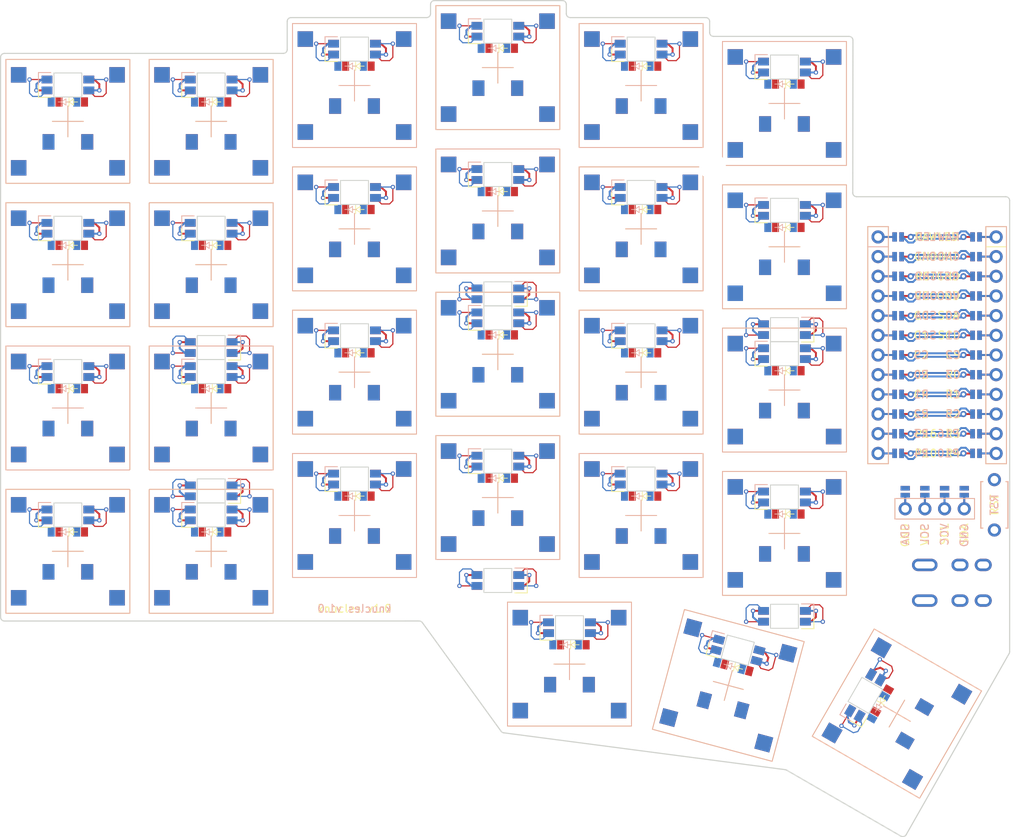
<source format=kicad_pcb>
(kicad_pcb (version 20240108) (generator "ergogen") (generator_version "4.1.0")
  (title_block (title "knucles") (date "2025-03-17") (rev "0.2") (company "fcoury"))
  (layers (0 "F.Cu" signal) (31 "B.Cu" signal) (34 "B.Paste" user) (35 "F.Paste" user) (36 "B.SilkS" user "B.Silkscreen") (37 "F.SilkS" user "F.Silkscreen") (38 "B.Mask" user) (39 "F.Mask" user) (44 "Edge.Cuts" user))
  (net 0 "")
  (net 1 "C0")
  (net 2 "outer_bottom_B")
  (net 3 "outer_home_B")
  (net 4 "outer_top_B")
  (net 5 "outer_numbers_B")
  (net 6 "C1")
  (net 7 "pinky_bottom_B")
  (net 8 "pinky_home_B")
  (net 9 "pinky_top_B")
  (net 10 "pinky_numbers_B")
  (net 11 "C2")
  (net 12 "ring_bottom_B")
  (net 13 "ring_home_B")
  (net 14 "ring_top_B")
  (net 15 "ring_numbers_B")
  (net 16 "C3")
  (net 17 "middle_bottom_B")
  (net 18 "middle_home_B")
  (net 19 "middle_top_B")
  (net 20 "middle_numbers_B")
  (net 21 "C4")
  (net 22 "index_bottom_B")
  (net 23 "index_home_B")
  (net 24 "index_top_B")
  (net 25 "index_numbers_B")
  (net 26 "C5")
  (net 27 "inner_bottom_B")
  (net 28 "inner_home_B")
  (net 29 "inner_top_B")
  (net 30 "inner_numbers_B")
  (net 31 "near_home_B")
  (net 32 "mid_home_B")
  (net 33 "far_home_B")
  (net 34 "R3")
  (net 35 "R2")
  (net 36 "R1")
  (net 37 "R0")
  (net 38 "R4")
  (net 39 "outer_bottom_F")
  (net 40 "outer_home_F")
  (net 41 "outer_top_F")
  (net 42 "outer_numbers_F")
  (net 43 "pinky_bottom_F")
  (net 44 "pinky_home_F")
  (net 45 "pinky_top_F")
  (net 46 "pinky_numbers_F")
  (net 47 "ring_bottom_F")
  (net 48 "ring_home_F")
  (net 49 "ring_top_F")
  (net 50 "ring_numbers_F")
  (net 51 "middle_bottom_F")
  (net 52 "middle_home_F")
  (net 53 "middle_top_F")
  (net 54 "middle_numbers_F")
  (net 55 "index_bottom_F")
  (net 56 "index_home_F")
  (net 57 "index_top_F")
  (net 58 "index_numbers_F")
  (net 59 "inner_bottom_F")
  (net 60 "inner_home_F")
  (net 61 "inner_top_F")
  (net 62 "inner_numbers_F")
  (net 63 "near_home_F")
  (net 64 "mid_home_F")
  (net 65 "far_home_F")
  (net 66 "RAW")
  (net 67 "GND")
  (net 68 "RST")
  (net 69 "VCC")
  (net 70 "P16")
  (net 71 "P10")
  (net 72 "LED")
  (net 73 "DAT")
  (net 74 "SDA")
  (net 75 "SCL")
  (net 76 "CS")
  (net 77 "P101")
  (net 78 "P102")
  (net 79 "P107")
  (net 80 "MCU1_24")
  (net 81 "MCU1_1")
  (net 82 "MCU1_23")
  (net 83 "MCU1_2")
  (net 84 "MCU1_22")
  (net 85 "MCU1_3")
  (net 86 "MCU1_21")
  (net 87 "MCU1_4")
  (net 88 "MCU1_20")
  (net 89 "MCU1_5")
  (net 90 "MCU1_19")
  (net 91 "MCU1_6")
  (net 92 "MCU1_18")
  (net 93 "MCU1_7")
  (net 94 "MCU1_17")
  (net 95 "MCU1_8")
  (net 96 "MCU1_16")
  (net 97 "MCU1_9")
  (net 98 "MCU1_15")
  (net 99 "MCU1_10")
  (net 100 "MCU1_14")
  (net 101 "MCU1_11")
  (net 102 "MCU1_13")
  (net 103 "MCU1_12")
  (net 104 "DISP1_1")
  (net 105 "DISP1_2")
  (net 106 "DISP1_3")
  (net 107 "DISP1_4")
  (net 108 "LED_21")
  (net 109 "LED_20")
  (net 110 "LED_19")
  (net 111 "LED_18")
  (net 112 "LED_16")
  (net 113 "LED_15")
  (net 114 "LED_17")
  (net 115 "LED_14")
  (net 116 "LED_13")
  (net 117 "LED_12")
  (net 118 "LED_10")
  (net 119 "LED_9")
  (net 120 "LED_11")
  (net 121 "LED_7")
  (net 122 "LED_6")
  (net 123 "LED_5")
  (net 124 "LED_4")
  (net 125 "LED_2")
  (net 126 "LED_1")
  (net 127 "LED_3")
  (net 128 "LED_8")
  (net 129 "ULED_6")
  (net 130 "ULED_1")
  (net 131 "ULED_2")
  (net 132 "ULED_3")
  (net 133 "ULED_4")
  (net 134 "ULED_5")
  (footprint "ceoloide:mounting_hole_npth" (layer "F.Cu") (at 204.927 100.4635 0)
    (property "Reference" "MH1" hide)
  )
  (footprint "ceoloide:mounting_hole_npth" (layer "F.Cu") (at 218.969 108.7575 0)
    (property "Reference" "MH2" hide)
  )
  (footprint "ceoloide:mounting_hole_npth" (layer "F.Cu") (at 109.25 53.75 0)
    (property "Reference" "MH3" hide)
  )
  (footprint "ceoloide:mounting_hole_npth" (layer "F.Cu") (at 109.25 90.75 0)
    (property "Reference" "MH4" hide)
  )
  (footprint "ceoloide:mounting_hole_npth" (layer "F.Cu") (at 183.218 50.298500000000004 0)
    (property "Reference" "MH5" hide)
  )
  (footprint "ceoloide:mounting_hole_npth" (layer "F.Cu") (at 151.157 107.615 0)
    (property "Reference" "MH6" hide)
  )
  (footprint "ceoloide:mounting_hole_npth" (layer "F.Cu") (at 196.7245951 115.0067481 60)
    (property "Reference" "MH7" hide)
  )
  (footprint "CPG1316S01D02" (at 100 100 0) (layer B.Cu)
    (property "Reference" "S1" hide)
  )
  (footprint "CPG1316S01D02" (at 100 81.5 0) (layer B.Cu)
    (property "Reference" "S2" hide)
  )
  (footprint "CPG1316S01D02" (at 100 63 0) (layer B.Cu)
    (property "Reference" "S3" hide)
  )
  (footprint "CPG1316S01D02" (at 100 44.5 0) (layer B.Cu)
    (property "Reference" "S4" hide)
  )
  (footprint "CPG1316S01D02" (at 118.5 100 0) (layer B.Cu)
    (property "Reference" "S5" hide)
  )
  (footprint "CPG1316S01D02" (at 118.5 81.5 0) (layer B.Cu)
    (property "Reference" "S6" hide)
  )
  (footprint "CPG1316S01D02" (at 118.5 63 0) (layer B.Cu)
    (property "Reference" "S7" hide)
  )
  (footprint "CPG1316S01D02" (at 118.5 44.5 0) (layer B.Cu)
    (property "Reference" "S8" hide)
  )
  (footprint "CPG1316S01D02" (at 137 95.375 0) (layer B.Cu)
    (property "Reference" "S9" hide)
  )
  (footprint "CPG1316S01D02" (at 137 76.875 0) (layer B.Cu)
    (property "Reference" "S10" hide)
  )
  (footprint "CPG1316S01D02" (at 137 58.375 0) (layer B.Cu)
    (property "Reference" "S11" hide)
  )
  (footprint "CPG1316S01D02" (at 137 39.875 0) (layer B.Cu)
    (property "Reference" "S12" hide)
  )
  (footprint "CPG1316S01D02" (at 155.5 93.0625 0) (layer B.Cu)
    (property "Reference" "S13" hide)
  )
  (footprint "CPG1316S01D02" (at 155.5 74.5625 0) (layer B.Cu)
    (property "Reference" "S14" hide)
  )
  (footprint "CPG1316S01D02" (at 155.5 56.0625 0) (layer B.Cu)
    (property "Reference" "S15" hide)
  )
  (footprint "CPG1316S01D02" (at 155.5 37.5625 0) (layer B.Cu)
    (property "Reference" "S16" hide)
  )
  (footprint "CPG1316S01D02" (at 174 95.375 0) (layer B.Cu)
    (property "Reference" "S17" hide)
  )
  (footprint "CPG1316S01D02" (at 174 76.875 0) (layer B.Cu)
    (property "Reference" "S18" hide)
  )
  (footprint "CPG1316S01D02" (at 174 58.375 0) (layer B.Cu)
    (property "Reference" "S19" hide)
  )
  (footprint "CPG1316S01D02" (at 174 39.875 0) (layer B.Cu)
    (property "Reference" "S20" hide)
  )
  (footprint "CPG1316S01D02" (at 192.5 97.6875 0) (layer B.Cu)
    (property "Reference" "S21" hide)
  )
  (footprint "CPG1316S01D02" (at 192.5 79.1875 0) (layer B.Cu)
    (property "Reference" "S22" hide)
  )
  (footprint "CPG1316S01D02" (at 192.5 60.6875 0) (layer B.Cu)
    (property "Reference" "S23" hide)
  )
  (footprint "CPG1316S01D02" (at 192.5 42.1875 0) (layer B.Cu)
    (property "Reference" "S24" hide)
  )
  (footprint "CPG1316S01D02" (at 164.75 114.5625 0) (layer B.Cu)
    (property "Reference" "S25" hide)
  )
  (footprint "CPG1316S01D02" (at 185.25 117.3125 -15) (layer B.Cu)
    (property "Reference" "S26" hide)
  )
  (footprint "CPG1316S01D02" (at 207.0138429 120.9472481 60) (layer B.Cu)
    (property "Reference" "S27" hide)
  )
  (footprint "ceoloide:diode_tht_sod123" (layer "B.Cu") (at 99.5 97.5 0)
    (property "Reference" "D1" hide)
  )
  (footprint "ceoloide:diode_tht_sod123" (layer "B.Cu") (at 99.5 79 0)
    (property "Reference" "D2" hide)
  )
  (footprint "ceoloide:diode_tht_sod123" (layer "B.Cu") (at 99.5 60.5 0)
    (property "Reference" "D3" hide)
  )
  (footprint "ceoloide:diode_tht_sod123" (layer "B.Cu") (at 99.5 42 0)
    (property "Reference" "D4" hide)
  )
  (footprint "ceoloide:diode_tht_sod123" (layer "B.Cu") (at 118 97.5 0)
    (property "Reference" "D5" hide)
  )
  (footprint "ceoloide:diode_tht_sod123" (layer "B.Cu") (at 118 79 0)
    (property "Reference" "D6" hide)
  )
  (footprint "ceoloide:diode_tht_sod123" (layer "B.Cu") (at 118 60.5 0)
    (property "Reference" "D7" hide)
  )
  (footprint "ceoloide:diode_tht_sod123" (layer "B.Cu") (at 118 42 0)
    (property "Reference" "D8" hide)
  )
  (footprint "ceoloide:diode_tht_sod123" (layer "B.Cu") (at 136.5 92.875 0)
    (property "Reference" "D9" hide)
  )
  (footprint "ceoloide:diode_tht_sod123" (layer "B.Cu") (at 136.5 74.375 0)
    (property "Reference" "D10" hide)
  )
  (footprint "ceoloide:diode_tht_sod123" (layer "B.Cu") (at 136.5 55.875 0)
    (property "Reference" "D11" hide)
  )
  (footprint "ceoloide:diode_tht_sod123" (layer "B.Cu") (at 136.5 37.375 0)
    (property "Reference" "D12" hide)
  )
  (footprint "ceoloide:diode_tht_sod123" (layer "B.Cu") (at 155 90.5625 0)
    (property "Reference" "D13" hide)
  )
  (footprint "ceoloide:diode_tht_sod123" (layer "B.Cu") (at 155 72.0625 0)
    (property "Reference" "D14" hide)
  )
  (footprint "ceoloide:diode_tht_sod123" (layer "B.Cu") (at 155 53.5625 0)
    (property "Reference" "D15" hide)
  )
  (footprint "ceoloide:diode_tht_sod123" (layer "B.Cu") (at 155 35.0625 0)
    (property "Reference" "D16" hide)
  )
  (footprint "ceoloide:diode_tht_sod123" (layer "B.Cu") (at 173.5 92.875 0)
    (property "Reference" "D17" hide)
  )
  (footprint "ceoloide:diode_tht_sod123" (layer "B.Cu") (at 173.5 74.375 0)
    (property "Reference" "D18" hide)
  )
  (footprint "ceoloide:diode_tht_sod123" (layer "B.Cu") (at 173.5 55.875 0)
    (property "Reference" "D19" hide)
  )
  (footprint "ceoloide:diode_tht_sod123" (layer "B.Cu") (at 173.5 37.375 0)
    (property "Reference" "D20" hide)
  )
  (footprint "ceoloide:diode_tht_sod123" (layer "B.Cu") (at 192 95.1875 0)
    (property "Reference" "D21" hide)
  )
  (footprint "ceoloide:diode_tht_sod123" (layer "B.Cu") (at 192 76.6875 0)
    (property "Reference" "D22" hide)
  )
  (footprint "ceoloide:diode_tht_sod123" (layer "B.Cu") (at 192 58.1875 0)
    (property "Reference" "D23" hide)
  )
  (footprint "ceoloide:diode_tht_sod123" (layer "B.Cu") (at 192 39.6875 0)
    (property "Reference" "D24" hide)
  )
  (footprint "ceoloide:diode_tht_sod123" (layer "B.Cu") (at 164.25 112.0625 0)
    (property "Reference" "D25" hide)
  )
  (footprint "ceoloide:diode_tht_sod123" (layer "B.Cu") (at 185.4140847 114.7682759 -15)
    (property "Reference" "D26" hide)
  )
  (footprint "ceoloide:diode_tht_sod123" (layer "B.Cu") (at 204.59877939999998 120.1302608 60)
    (property "Reference" "D27" hide)
  )
  (footprint "CPG1316S01D02" (at 100 100 0) (layer F.Cu)
    (property "Reference" "S28" hide)
  )
  (footprint "CPG1316S01D02" (at 100 81.5 0) (layer F.Cu)
    (property "Reference" "S29" hide)
  )
  (footprint "CPG1316S01D02" (at 100 63 0) (layer F.Cu)
    (property "Reference" "S30" hide)
  )
  (footprint "CPG1316S01D02" (at 100 44.5 0) (layer F.Cu)
    (property "Reference" "S31" hide)
  )
  (footprint "CPG1316S01D02" (at 118.5 100 0) (layer F.Cu)
    (property "Reference" "S32" hide)
  )
  (footprint "CPG1316S01D02" (at 118.5 81.5 0) (layer F.Cu)
    (property "Reference" "S33" hide)
  )
  (footprint "CPG1316S01D02" (at 118.5 63 0) (layer F.Cu)
    (property "Reference" "S34" hide)
  )
  (footprint "CPG1316S01D02" (at 118.5 44.5 0) (layer F.Cu)
    (property "Reference" "S35" hide)
  )
  (footprint "CPG1316S01D02" (at 137 95.375 0) (layer F.Cu)
    (property "Reference" "S36" hide)
  )
  (footprint "CPG1316S01D02" (at 137 76.875 0) (layer F.Cu)
    (property "Reference" "S37" hide)
  )
  (footprint "CPG1316S01D02" (at 137 58.375 0) (layer F.Cu)
    (property "Reference" "S38" hide)
  )
  (footprint "CPG1316S01D02" (at 137 39.875 0) (layer F.Cu)
    (property "Reference" "S39" hide)
  )
  (footprint "CPG1316S01D02" (at 155.5 93.0625 0) (layer F.Cu)
    (property "Reference" "S40" hide)
  )
  (footprint "CPG1316S01D02" (at 155.5 74.5625 0) (layer F.Cu)
    (property "Reference" "S41" hide)
  )
  (footprint "CPG1316S01D02" (at 155.5 56.0625 0) (layer F.Cu)
    (property "Reference" "S42" hide)
  )
  (footprint "CPG1316S01D02" (at 155.5 37.5625 0) (layer F.Cu)
    (property "Reference" "S43" hide)
  )
  (footprint "CPG1316S01D02" (at 174 95.375 0) (layer F.Cu)
    (property "Reference" "S44" hide)
  )
  (footprint "CPG1316S01D02" (at 174 76.875 0) (layer F.Cu)
    (property "Reference" "S45" hide)
  )
  (footprint "CPG1316S01D02" (at 174 58.375 0) (layer F.Cu)
    (property "Reference" "S46" hide)
  )
  (footprint "CPG1316S01D02" (at 174 39.875 0) (layer F.Cu)
    (property "Reference" "S47" hide)
  )
  (footprint "CPG1316S01D02" (at 192.5 97.6875 0) (layer F.Cu)
    (property "Reference" "S48" hide)
  )
  (footprint "CPG1316S01D02" (at 192.5 79.1875 0) (layer F.Cu)
    (property "Reference" "S49" hide)
  )
  (footprint "CPG1316S01D02" (at 192.5 60.6875 0) (layer F.Cu)
    (property "Reference" "S50" hide)
  )
  (footprint "CPG1316S01D02" (at 192.5 42.1875 0) (layer F.Cu)
    (property "Reference" "S51" hide)
  )
  (footprint "CPG1316S01D02" (at 164.75 114.5625 0) (layer F.Cu)
    (property "Reference" "S52" hide)
  )
  (footprint "CPG1316S01D02" (at 185.25 117.3125 -15) (layer F.Cu)
    (property "Reference" "S53" hide)
  )
  (footprint "CPG1316S01D02" (at 207.0138429 120.9472481 60) (layer F.Cu)
    (property "Reference" "S54" hide)
  )
  (footprint "ceoloide:diode_tht_sod123" (layer "F.Cu") (at 100.5 97.5 0)
    (property "Reference" "D28" hide)
  )
  (footprint "ceoloide:diode_tht_sod123" (layer "F.Cu") (at 100.5 79 0)
    (property "Reference" "D29" hide)
  )
  (footprint "ceoloide:diode_tht_sod123" (layer "F.Cu") (at 100.5 60.5 0)
    (property "Reference" "D30" hide)
  )
  (footprint "ceoloide:diode_tht_sod123" (layer "F.Cu") (at 100.5 42 0)
    (property "Reference" "D31" hide)
  )
  (footprint "ceoloide:diode_tht_sod123" (layer "F.Cu") (at 119 97.5 0)
    (property "Reference" "D32" hide)
  )
  (footprint "ceoloide:diode_tht_sod123" (layer "F.Cu") (at 119 79 0)
    (property "Reference" "D33" hide)
  )
  (footprint "ceoloide:diode_tht_sod123" (layer "F.Cu") (at 119 60.5 0)
    (property "Reference" "D34" hide)
  )
  (footprint "ceoloide:diode_tht_sod123" (layer "F.Cu") (at 119 42 0)
    (property "Reference" "D35" hide)
  )
  (footprint "ceoloide:diode_tht_sod123" (layer "F.Cu") (at 137.5 92.875 0)
    (property "Reference" "D36" hide)
  )
  (footprint "ceoloide:diode_tht_sod123" (layer "F.Cu") (at 137.5 74.375 0)
    (property "Reference" "D37" hide)
  )
  (footprint "ceoloide:diode_tht_sod123" (layer "F.Cu") (at 137.5 55.875 0)
    (property "Reference" "D38" hide)
  )
  (footprint "ceoloide:diode_tht_sod123" (layer "F.Cu") (at 137.5 37.375 0)
    (property "Reference" "D39" hide)
  )
  (footprint "ceoloide:diode_tht_sod123" (layer "F.Cu") (at 156 90.5625 0)
    (property "Reference" "D40" hide)
  )
  (footprint "ceoloide:diode_tht_sod123" (layer "F.Cu") (at 156 72.0625 0)
    (property "Reference" "D41" hide)
  )
  (footprint "ceoloide:diode_tht_sod123" (layer "F.Cu") (at 156 53.5625 0)
    (property "Reference" "D42" hide)
  )
  (footprint "ceoloide:diode_tht_sod123" (layer "F.Cu") (at 156 35.0625 0)
    (property "Reference" "D43" hide)
  )
  (footprint "ceoloide:diode_tht_sod123" (layer "F.Cu") (at 174.5 92.875 0)
    (property "Reference" "D44" hide)
  )
  (footprint "ceoloide:diode_tht_sod123" (layer "F.Cu") (at 174.5 74.375 0)
    (property "Reference" "D45" hide)
  )
  (footprint "ceoloide:diode_tht_sod123" (layer "F.Cu") (at 174.5 55.875 0)
    (property "Reference" "D46" hide)
  )
  (footprint "ceoloide:diode_tht_sod123" (layer "F.Cu") (at 174.5 37.375 0)
    (property "Reference" "D47" hide)
  )
  (footprint "ceoloide:diode_tht_sod123" (layer "F.Cu") (at 193 95.1875 0)
    (property "Reference" "D48" hide)
  )
  (footprint "ceoloide:diode_tht_sod123" (layer "F.Cu") (at 193 76.6875 0)
    (property "Reference" "D49" hide)
  )
  (footprint "ceoloide:diode_tht_sod123" (layer "F.Cu") (at 193 58.1875 0)
    (property "Reference" "D50" hide)
  )
  (footprint "ceoloide:diode_tht_sod123" (layer "F.Cu") (at 193 39.6875 0)
    (property "Reference" "D51" hide)
  )
  (footprint "ceoloide:diode_tht_sod123" (layer "F.Cu") (at 165.25 112.0625 0)
    (property "Reference" "D52" hide)
  )
  (footprint "ceoloide:diode_tht_sod123" (layer "F.Cu") (at 186.3800105 115.027095 -15)
    (property "Reference" "D53" hide)
  )
  (footprint "ceoloide:diode_tht_sod123" (layer "F.Cu") (at 205.09877939999998 119.26423539999999 60)
    (property "Reference" "D54" hide)
  )
  (footprint "ceoloide:mcu_nice_nano" (layer "F.Cu") (at 212.204 72.12 0)
    (property "Reference" "MCU1" hide)
  )
  (segment (start 216.78400000000002 59.42) (end 215.604 59.42) (width 0.25) (layer "F.Cu"))
  (segment (start 207.624 59.42) (end 208.804 59.42) (width 0.25) (layer "F.Cu"))
  (segment (start 204.584 59.42) (end 206.704 59.42) (width 0.25) (layer "F.Cu"))
  (segment (start 204.584 59.42) (end 206.704 59.42) (width 0.25) (layer "B.Cu"))
  (segment (start 217.704 59.42) (end 219.824 59.42) (width 0.25) (layer "F.Cu"))
  (segment (start 219.824 59.42) (end 217.704 59.42) (width 0.25) (layer "B.Cu"))
  (segment (start 209.59930500000002 59.650000000000006) (end 215.374 59.650000000000006) (width 0.25) (layer "B.Cu"))
  (segment (start 207.429 59.42) (end 207.778695 59.42) (width 0.25) (layer "B.Cu"))
  (segment (start 208.503695 60.145) (end 209.104305 60.145) (width 0.25) (layer "B.Cu"))
  (segment (start 207.778695 59.42) (end 208.503695 60.145) (width 0.25) (layer "B.Cu"))
  (segment (start 209.104305 60.145) (end 209.59930500000002 59.650000000000006) (width 0.25) (layer "B.Cu"))
  (segment (start 216.979 59.42) (end 216.62930500000002 59.42) (width 0.25) (layer "B.Cu"))
  (segment (start 214.798695 59.2) (end 209.024 59.2) (width 0.25) (layer "B.Cu"))
  (segment (start 216.62930500000002 59.42) (end 215.90430500000002 58.69500000000001) (width 0.25) (layer "B.Cu"))
  (segment (start 215.90430500000002 58.69500000000001) (end 215.303695 58.69500000000001) (width 0.25) (layer "B.Cu"))
  (segment (start 215.303695 58.69500000000001) (end 214.798695 59.2) (width 0.25) (layer "B.Cu"))
  (segment (start 216.78400000000002 61.96000000000001) (end 215.604 61.96000000000001) (width 0.25) (layer "F.Cu"))
  (segment (start 207.624 61.96000000000001) (end 208.804 61.96000000000001) (width 0.25) (layer "F.Cu"))
  (segment (start 204.584 61.96000000000001) (end 206.704 61.96000000000001) (width 0.25) (layer "F.Cu"))
  (segment (start 204.584 61.96000000000001) (end 206.704 61.96000000000001) (width 0.25) (layer "B.Cu"))
  (segment (start 217.704 61.96000000000001) (end 219.824 61.96000000000001) (width 0.25) (layer "F.Cu"))
  (segment (start 219.824 61.96000000000001) (end 217.704 61.96000000000001) (width 0.25) (layer "B.Cu"))
  (segment (start 209.59930500000002 62.190000000000005) (end 215.374 62.190000000000005) (width 0.25) (layer "B.Cu"))
  (segment (start 207.429 61.96000000000001) (end 207.778695 61.96000000000001) (width 0.25) (layer "B.Cu"))
  (segment (start 208.503695 62.685) (end 209.104305 62.685) (width 0.25) (layer "B.Cu"))
  (segment (start 207.778695 61.96000000000001) (end 208.503695 62.685) (width 0.25) (layer "B.Cu"))
  (segment (start 209.104305 62.685) (end 209.59930500000002 62.190000000000005) (width 0.25) (layer "B.Cu"))
  (segment (start 216.979 61.96000000000001) (end 216.62930500000002 61.96000000000001) (width 0.25) (layer "B.Cu"))
  (segment (start 214.798695 61.74) (end 209.024 61.74) (width 0.25) (layer "B.Cu"))
  (segment (start 216.62930500000002 61.96000000000001) (end 215.90430500000002 61.23500000000001) (width 0.25) (layer "B.Cu"))
  (segment (start 215.90430500000002 61.23500000000001) (end 215.303695 61.23500000000001) (width 0.25) (layer "B.Cu"))
  (segment (start 215.303695 61.23500000000001) (end 214.798695 61.74) (width 0.25) (layer "B.Cu"))
  (segment (start 216.78400000000002 64.5) (end 215.604 64.5) (width 0.25) (layer "F.Cu"))
  (segment (start 207.624 64.5) (end 208.804 64.5) (width 0.25) (layer "F.Cu"))
  (segment (start 204.584 64.5) (end 206.704 64.5) (width 0.25) (layer "F.Cu"))
  (segment (start 204.584 64.5) (end 206.704 64.5) (width 0.25) (layer "B.Cu"))
  (segment (start 217.704 64.5) (end 219.824 64.5) (width 0.25) (layer "F.Cu"))
  (segment (start 219.824 64.5) (end 217.704 64.5) (width 0.25) (layer "B.Cu"))
  (segment (start 209.59930500000002 64.73) (end 215.374 64.73) (width 0.25) (layer "B.Cu"))
  (segment (start 207.429 64.5) (end 207.778695 64.5) (width 0.25) (layer "B.Cu"))
  (segment (start 208.503695 65.22500000000001) (end 209.104305 65.22500000000001) (width 0.25) (layer "B.Cu"))
  (segment (start 207.778695 64.5) (end 208.503695 65.22500000000001) (width 0.25) (layer "B.Cu"))
  (segment (start 209.104305 65.22500000000001) (end 209.59930500000002 64.73) (width 0.25) (layer "B.Cu"))
  (segment (start 216.979 64.5) (end 216.62930500000002 64.5) (width 0.25) (layer "B.Cu"))
  (segment (start 214.798695 64.28) (end 209.024 64.28) (width 0.25) (layer "B.Cu"))
  (segment (start 216.62930500000002 64.5) (end 215.90430500000002 63.775000000000006) (width 0.25) (layer "B.Cu"))
  (segment (start 215.90430500000002 63.775000000000006) (end 215.303695 63.775000000000006) (width 0.25) (layer "B.Cu"))
  (segment (start 215.303695 63.775000000000006) (end 214.798695 64.28) (width 0.25) (layer "B.Cu"))
  (segment (start 216.78400000000002 67.04) (end 215.604 67.04) (width 0.25) (layer "F.Cu"))
  (segment (start 207.624 67.04) (end 208.804 67.04) (width 0.25) (layer "F.Cu"))
  (segment (start 204.584 67.04) (end 206.704 67.04) (width 0.25) (layer "F.Cu"))
  (segment (start 204.584 67.04) (end 206.704 67.04) (width 0.25) (layer "B.Cu"))
  (segment (start 217.704 67.04) (end 219.824 67.04) (width 0.25) (layer "F.Cu"))
  (segment (start 219.824 67.04) (end 217.704 67.04) (width 0.25) (layer "B.Cu"))
  (segment (start 209.59930500000002 67.27000000000001) (end 215.374 67.27000000000001) (width 0.25) (layer "B.Cu"))
  (segment (start 207.429 67.04) (end 207.778695 67.04) (width 0.25) (layer "B.Cu"))
  (segment (start 208.503695 67.765) (end 209.104305 67.765) (width 0.25) (layer "B.Cu"))
  (segment (start 207.778695 67.04) (end 208.503695 67.765) (width 0.25) (layer "B.Cu"))
  (segment (start 209.104305 67.765) (end 209.59930500000002 67.27000000000001) (width 0.25) (layer "B.Cu"))
  (segment (start 216.979 67.04) (end 216.62930500000002 67.04) (width 0.25) (layer "B.Cu"))
  (segment (start 214.798695 66.82000000000001) (end 209.024 66.82000000000001) (width 0.25) (layer "B.Cu"))
  (segment (start 216.62930500000002 67.04) (end 215.90430500000002 66.315) (width 0.25) (layer "B.Cu"))
  (segment (start 215.90430500000002 66.315) (end 215.303695 66.315) (width 0.25) (layer "B.Cu"))
  (segment (start 215.303695 66.315) (end 214.798695 66.82000000000001) (width 0.25) (layer "B.Cu"))
  (segment (start 216.78400000000002 69.58) (end 215.604 69.58) (width 0.25) (layer "F.Cu"))
  (segment (start 207.624 69.58) (end 208.804 69.58) (width 0.25) (layer "F.Cu"))
  (segment (start 204.584 69.58) (end 206.704 69.58) (width 0.25) (layer "F.Cu"))
  (segment (start 204.584 69.58) (end 206.704 69.58) (width 0.25) (layer "B.Cu"))
  (segment (start 217.704 69.58) (end 219.824 69.58) (width 0.25) (layer "F.Cu"))
  (segment (start 219.824 69.58) (end 217.704 69.58) (width 0.25) (layer "B.Cu"))
  (segment (start 209.59930500000002 69.81) (end 215.374 69.81) (width 0.25) (layer "B.Cu"))
  (segment (start 207.429 69.58) (end 207.778695 69.58) (width 0.25) (layer "B.Cu"))
  (segment (start 208.503695 70.305) (end 209.104305 70.305) (width 0.25) (layer "B.Cu"))
  (segment (start 207.778695 69.58) (end 208.503695 70.305) (width 0.25) (layer "B.Cu"))
  (segment (start 209.104305 70.305) (end 209.59930500000002 69.81) (width 0.25) (layer "B.Cu"))
  (segment (start 216.979 69.58) (end 216.62930500000002 69.58) (width 0.25) (layer "B.Cu"))
  (segment (start 214.798695 69.36) (end 209.024 69.36) (width 0.25) (layer "B.Cu"))
  (segment (start 216.62930500000002 69.58) (end 215.90430500000002 68.855) (width 0.25) (layer "B.Cu"))
  (segment (start 215.90430500000002 68.855) (end 215.303695 68.855) (width 0.25) (layer "B.Cu"))
  (segment (start 215.303695 68.855) (end 214.798695 69.36) (width 0.25) (layer "B.Cu"))
  (segment (start 216.78400000000002 72.12) (end 215.604 72.12) (width 0.25) (layer "F.Cu"))
  (segment (start 207.624 72.12) (end 208.804 72.12) (width 0.25) (layer "F.Cu"))
  (segment (start 204.584 72.12) (end 206.704 72.12) (width 0.25) (layer "F.Cu"))
  (segment (start 204.584 72.12) (end 206.704 72.12) (width 0.25) (layer "B.Cu"))
  (segment (start 217.704 72.12) (end 219.824 72.12) (width 0.25) (layer "F.Cu"))
  (segment (start 219.824 72.12) (end 217.704 72.12) (width 0.25) (layer "B.Cu"))
  (segment (start 209.59930500000002 72.35000000000001) (end 215.374 72.35000000000001) (width 0.25) (layer "B.Cu"))
  (segment (start 207.429 72.12) (end 207.778695 72.12) (width 0.25) (layer "B.Cu"))
  (segment (start 208.503695 72.845) (end 209.104305 72.845) (width 0.25) (layer "B.Cu"))
  (segment (start 207.778695 72.12) (end 208.503695 72.845) (width 0.25) (layer "B.Cu"))
  (segment (start 209.104305 72.845) (end 209.59930500000002 72.35000000000001) (width 0.25) (layer "B.Cu"))
  (segment (start 216.979 72.12) (end 216.62930500000002 72.12) (width 0.25) (layer "B.Cu"))
  (segment (start 214.798695 71.9) (end 209.024 71.9) (width 0.25) (layer "B.Cu"))
  (segment (start 216.62930500000002 72.12) (end 215.90430500000002 71.39500000000001) (width 0.25) (layer "B.Cu"))
  (segment (start 215.90430500000002 71.39500000000001) (end 215.303695 71.39500000000001) (width 0.25) (layer "B.Cu"))
  (segment (start 215.303695 71.39500000000001) (end 214.798695 71.9) (width 0.25) (layer "B.Cu"))
  (segment (start 216.78400000000002 74.66000000000001) (end 215.604 74.66000000000001) (width 0.25) (layer "F.Cu"))
  (segment (start 207.624 74.66000000000001) (end 208.804 74.66000000000001) (width 0.25) (layer "F.Cu"))
  (segment (start 204.584 74.66000000000001) (end 206.704 74.66000000000001) (width 0.25) (layer "F.Cu"))
  (segment (start 204.584 74.66000000000001) (end 206.704 74.66000000000001) (width 0.25) (layer "B.Cu"))
  (segment (start 217.704 74.66000000000001) (end 219.824 74.66000000000001) (width 0.25) (layer "F.Cu"))
  (segment (start 219.824 74.66000000000001) (end 217.704 74.66000000000001) (width 0.25) (layer "B.Cu"))
  (segment (start 209.59930500000002 74.89) (end 215.374 74.89) (width 0.25) (layer "B.Cu"))
  (segment (start 207.429 74.66000000000001) (end 207.778695 74.66000000000001) (width 0.25) (layer "B.Cu"))
  (segment (start 208.503695 75.385) (end 209.104305 75.385) (width 0.25) (layer "B.Cu"))
  (segment (start 207.778695 74.66000000000001) (end 208.503695 75.385) (width 0.25) (layer "B.Cu"))
  (segment (start 209.104305 75.385) (end 209.59930500000002 74.89) (width 0.25) (layer "B.Cu"))
  (segment (start 216.979 74.66000000000001) (end 216.62930500000002 74.66000000000001) (width 0.25) (layer "B.Cu"))
  (segment (start 214.798695 74.44) (end 209.024 74.44) (width 0.25) (layer "B.Cu"))
  (segment (start 216.62930500000002 74.66000000000001) (end 215.90430500000002 73.935) (width 0.25) (layer "B.Cu"))
  (segment (start 215.90430500000002 73.935) (end 215.303695 73.935) (width 0.25) (layer "B.Cu"))
  (segment (start 215.303695 73.935) (end 214.798695 74.44) (width 0.25) (layer "B.Cu"))
  (segment (start 216.78400000000002 77.2) (end 215.604 77.2) (width 0.25) (layer "F.Cu"))
  (segment (start 207.624 77.2) (end 208.804 77.2) (width 0.25) (layer "F.Cu"))
  (segment (start 204.584 77.2) (end 206.704 77.2) (width 0.25) (layer "F.Cu"))
  (segment (start 204.584 77.2) (end 206.704 77.2) (width 0.25) (layer "B.Cu"))
  (segment (start 217.704 77.2) (end 219.824 77.2) (width 0.25) (layer "F.Cu"))
  (segment (start 219.824 77.2) (end 217.704 77.2) (width 0.25) (layer "B.Cu"))
  (segment (start 209.59930500000002 77.43) (end 215.374 77.43) (width 0.25) (layer "B.Cu"))
  (segment (start 207.429 77.2) (end 207.778695 77.2) (width 0.25) (layer "B.Cu"))
  (segment (start 208.503695 77.92500000000001) (end 209.104305 77.92500000000001) (width 0.25) (layer "B.Cu"))
  (segment (start 207.778695 77.2) (end 208.503695 77.92500000000001) (width 0.25) (layer "B.Cu"))
  (segment (start 209.104305 77.92500000000001) (end 209.59930500000002 77.43) (width 0.25) (layer "B.Cu"))
  (segment (start 216.979 77.2) (end 216.62930500000002 77.2) (width 0.25) (layer "B.Cu"))
  (segment (start 214.798695 76.98) (end 209.024 76.98) (width 0.25) (layer "B.Cu"))
  (segment (start 216.62930500000002 77.2) (end 215.90430500000002 76.47500000000001) (width 0.25) (layer "B.Cu"))
  (segment (start 215.90430500000002 76.47500000000001) (end 215.303695 76.47500000000001) (width 0.25) (layer "B.Cu"))
  (segment (start 215.303695 76.47500000000001) (end 214.798695 76.98) (width 0.25) (layer "B.Cu"))
  (segment (start 216.78400000000002 79.74000000000001) (end 215.604 79.74000000000001) (width 0.25) (layer "F.Cu"))
  (segment (start 207.624 79.74000000000001) (end 208.804 79.74000000000001) (width 0.25) (layer "F.Cu"))
  (segment (start 204.584 79.74000000000001) (end 206.704 79.74000000000001) (width 0.25) (layer "F.Cu"))
  (segment (start 204.584 79.74000000000001) (end 206.704 79.74000000000001) (width 0.25) (layer "B.Cu"))
  (segment (start 217.704 79.74000000000001) (end 219.824 79.74000000000001) (width 0.25) (layer "F.Cu"))
  (segment (start 219.824 79.74000000000001) (end 217.704 79.74000000000001) (width 0.25) (layer "B.Cu"))
  (segment (start 209.59930500000002 79.97) (end 215.374 79.97) (width 0.25) (layer "B.Cu"))
  (segment (start 207.429 79.74000000000001) (end 207.778695 79.74000000000001) (width 0.25) (layer "B.Cu"))
  (segment (start 208.503695 80.465) (end 209.104305 80.465) (width 0.25) (layer "B.Cu"))
  (segment (start 207.778695 79.74000000000001) (end 208.503695 80.465) (width 0.25) (layer "B.Cu"))
  (segment (start 209.104305 80.465) (end 209.59930500000002 79.97) (width 0.25) (layer "B.Cu"))
  (segment (start 216.979 79.74000000000001) (end 216.62930500000002 79.74000000000001) (width 0.25) (layer "B.Cu"))
  (segment (start 214.798695 79.52000000000001) (end 209.024 79.52000000000001) (width 0.25) (layer "B.Cu"))
  (segment (start 216.62930500000002 79.74000000000001) (end 215.90430500000002 79.015) (width 0.25) (layer "B.Cu"))
  (segment (start 215.90430500000002 79.015) (end 215.303695 79.015) (width 0.25) (layer "B.Cu"))
  (segment (start 215.303695 79.015) (end 214.798695 79.52000000000001) (width 0.25) (layer "B.Cu"))
  (segment (start 216.78400000000002 82.28) (end 215.604 82.28) (width 0.25) (layer "F.Cu"))
  (segment (start 207.624 82.28) (end 208.804 82.28) (width 0.25) (layer "F.Cu"))
  (segment (start 204.584 82.28) (end 206.704 82.28) (width 0.25) (layer "F.Cu"))
  (segment (start 204.584 82.28) (end 206.704 82.28) (width 0.25) (layer "B.Cu"))
  (segment (start 217.704 82.28) (end 219.824 82.28) (width 0.25) (layer "F.Cu"))
  (segment (start 219.824 82.28) (end 217.704 82.28) (width 0.25) (layer "B.Cu"))
  (segment (start 209.59930500000002 82.51) (end 215.374 82.51) (width 0.25) (layer "B.Cu"))
  (segment (start 207.429 82.28) (end 207.778695 82.28) (width 0.25) (layer "B.Cu"))
  (segment (start 208.503695 83.00500000000001) (end 209.104305 83.00500000000001) (width 0.25) (layer "B.Cu"))
  (segment (start 207.778695 82.28) (end 208.503695 83.00500000000001) (width 0.25) (layer "B.Cu"))
  (segment (start 209.104305 83.00500000000001) (end 209.59930500000002 82.51) (width 0.25) (layer "B.Cu"))
  (segment (start 216.979 82.28) (end 216.62930500000002 82.28) (width 0.25) (layer "B.Cu"))
  (segment (start 214.798695 82.06) (end 209.024 82.06) (width 0.25) (layer "B.Cu"))
  (segment (start 216.62930500000002 82.28) (end 215.90430500000002 81.555) (width 0.25) (layer "B.Cu"))
  (segment (start 215.90430500000002 81.555) (end 215.303695 81.555) (width 0.25) (layer "B.Cu"))
  (segment (start 215.303695 81.555) (end 214.798695 82.06) (width 0.25) (layer "B.Cu"))
  (segment (start 216.78400000000002 84.82000000000001) (end 215.604 84.82000000000001) (width 0.25) (layer "F.Cu"))
  (segment (start 207.624 84.82000000000001) (end 208.804 84.82000000000001) (width 0.25) (layer "F.Cu"))
  (segment (start 204.584 84.82000000000001) (end 206.704 84.82000000000001) (width 0.25) (layer "F.Cu"))
  (segment (start 204.584 84.82000000000001) (end 206.704 84.82000000000001) (width 0.25) (layer "B.Cu"))
  (segment (start 217.704 84.82000000000001) (end 219.824 84.82000000000001) (width 0.25) (layer "F.Cu"))
  (segment (start 219.824 84.82000000000001) (end 217.704 84.82000000000001) (width 0.25) (layer "B.Cu"))
  (segment (start 209.59930500000002 85.05000000000001) (end 215.374 85.05000000000001) (width 0.25) (layer "B.Cu"))
  (segment (start 207.429 84.82000000000001) (end 207.778695 84.82000000000001) (width 0.25) (layer "B.Cu"))
  (segment (start 208.503695 85.545) (end 209.104305 85.545) (width 0.25) (layer "B.Cu"))
  (segment (start 207.778695 84.82000000000001) (end 208.503695 85.545) (width 0.25) (layer "B.Cu"))
  (segment (start 209.104305 85.545) (end 209.59930500000002 85.05000000000001) (width 0.25) (layer "B.Cu"))
  (segment (start 216.979 84.82000000000001) (end 216.62930500000002 84.82000000000001) (width 0.25) (layer "B.Cu"))
  (segment (start 214.798695 84.60000000000001) (end 209.024 84.60000000000001) (width 0.25) (layer "B.Cu"))
  (segment (start 216.62930500000002 84.82000000000001) (end 215.90430500000002 84.095) (width 0.25) (layer "B.Cu"))
  (segment (start 215.90430500000002 84.095) (end 215.303695 84.095) (width 0.25) (layer "B.Cu"))
  (segment (start 215.303695 84.095) (end 214.798695 84.60000000000001) (width 0.25) (layer "B.Cu"))
  (segment (start 216.78400000000002 87.36) (end 215.604 87.36) (width 0.25) (layer "F.Cu"))
  (segment (start 207.624 87.36) (end 208.804 87.36) (width 0.25) (layer "F.Cu"))
  (segment (start 204.584 87.36) (end 206.704 87.36) (width 0.25) (layer "F.Cu"))
  (segment (start 204.584 87.36) (end 206.704 87.36) (width 0.25) (layer "B.Cu"))
  (segment (start 217.704 87.36) (end 219.824 87.36) (width 0.25) (layer "F.Cu"))
  (segment (start 219.824 87.36) (end 217.704 87.36) (width 0.25) (layer "B.Cu"))
  (segment (start 209.59930500000002 87.59) (end 215.374 87.59) (width 0.25) (layer "B.Cu"))
  (segment (start 207.429 87.36) (end 207.778695 87.36) (width 0.25) (layer "B.Cu"))
  (segment (start 208.503695 88.08500000000001) (end 209.104305 88.08500000000001) (width 0.25) (layer "B.Cu"))
  (segment (start 207.778695 87.36) (end 208.503695 88.08500000000001) (width 0.25) (layer "B.Cu"))
  (segment (start 209.104305 88.08500000000001) (end 209.59930500000002 87.59) (width 0.25) (layer "B.Cu"))
  (segment (start 216.979 87.36) (end 216.62930500000002 87.36) (width 0.25) (layer "B.Cu"))
  (segment (start 214.798695 87.14) (end 209.024 87.14) (width 0.25) (layer "B.Cu"))
  (segment (start 216.62930500000002 87.36) (end 215.90430500000002 86.635) (width 0.25) (layer "B.Cu"))
  (segment (start 215.90430500000002 86.635) (end 215.303695 86.635) (width 0.25) (layer "B.Cu"))
  (segment (start 215.303695 86.635) (end 214.798695 87.14) (width 0.25) (layer "B.Cu"))
  (gr_text "knucles v1.0" (at 137 107.4 0) (layer "F.SilkS") (effects (font (size 1 1))))
  (gr_text "knucles v1.0" (at 137 107.4 0) (layer "B.SilkS") (effects (font (size 1 1)) (justify mirror)))
  (footprint "ceoloide:display_ssd1306" (layer "F.Cu") (at 211.897 77.80799999999999 0)
    (property "Reference" "DISP1" hide)
  )
  (segment (start 208.087 94.508) (end 208.087 92.758) (width 0.25) (layer "F.Cu") (net 67))
  (segment (start 210.62699999999998 94.508) (end 210.62699999999998 92.758) (width 0.25) (layer "F.Cu") (net 69))
  (segment (start 213.167 94.508) (end 213.167 92.758) (width 0.25) (layer "F.Cu") (net 75))
  (segment (start 215.707 94.508) (end 215.707 92.758) (width 0.25) (layer "F.Cu") (net 74))
  (segment (start 208.087 94.508) (end 208.087 92.758) (width 0.25) (layer "B.Cu") (net 67))
  (segment (start 210.62699999999998 94.508) (end 210.62699999999998 92.758) (width 0.25) (layer "B.Cu") (net 69))
  (segment (start 213.167 94.508) (end 213.167 92.758) (width 0.25) (layer "B.Cu") (net 75))
  (segment (start 215.707 94.508) (end 215.707 92.758) (width 0.25) (layer "B.Cu") (net 74))
  (footprint "ceoloide:reset_switch_tht_top" (layer "F.Cu") (at 219.6 94.001 90)
    (property "Reference" "RST1" hide)
  )
  (footprint "ceoloide:trrs_pj320a (reversible, symmetric)" (layer "F.Cu") (at 221.36 104.06 -90)
    (property "Reference" "TRRS1" hide)
  )
  (footprint "ceoloide:led_SK6812mini-e (per-key, reversible)" (layer "B.Cu") (at 100 95.3 0)
    (property "Reference" "LED1" hide)
    (fp_rect (start -1.8 -1.55) (end 1.8 1.55) (layer "Edge.Cuts") (stroke (width 0.12)) (fill none))
  )
  (segment (start 103.4 94.6) (end 104.06 95.194084) (width 0.25) (layer "F.Cu") (net 69))
  (segment (start 104.06 95.194084) (end 104.06 96) (width 0.25) (layer "F.Cu") (net 69))
  (segment (start 102.7 94.6) (end 103.4 94.6) (width 0.25) (layer "F.Cu") (net 69))
  (via (at 104.06 96) (size 0.56) (drill 0.3) (layers "F.Cu" "B.Cu") (net 69))
  (segment (start 102.7 96) (end 104.06 96) (width 0.25) (layer "B.Cu") (net 69))
  (segment (start 104.95 94.6) (end 102.7 94.6) (width 0.15) (layer "B.Cu") (net 108))
  (via (at 104.95 94.6) (size 0.56) (drill 0.3) (layers "F.Cu" "B.Cu") (net 108))
  (segment (start 102.7 96) (end 103.481 96.785) (width 0.15) (layer "F.Cu") (net 108))
  (segment (start 103.481 96.785) (end 104.529 96.785) (width 0.15) (layer "F.Cu") (net 108))
  (segment (start 104.95 96.36) (end 104.95 94.6) (width 0.15) (layer "F.Cu") (net 108))
  (segment (start 104.529 96.785) (end 104.95 96.36) (width 0.15) (layer "F.Cu") (net 108))
  (segment (start 96.6 94.6) (end 95.94 95.194084) (width 0.25) (layer "B.Cu") (net 67))
  (segment (start 95.94 95.194084) (end 95.94 96) (width 0.25) (layer "B.Cu") (net 67))
  (segment (start 97.3 94.6) (end 96.6 94.6) (width 0.25) (layer "B.Cu") (net 67))
  (via (at 95.94 96) (size 0.56) (drill 0.3) (layers "F.Cu" "B.Cu") (net 67))
  (segment (start 97.3 96) (end 95.94 96) (width 0.25) (layer "F.Cu") (net 67))
  (segment (start 95.05 94.6) (end 97.3 94.6) (width 0.15) (layer "F.Cu") (net 109))
  (via (at 95.05 94.6) (size 0.56) (drill 0.3) (layers "F.Cu" "B.Cu") (net 109))
  (segment (start 97.3 96) (end 96.519 96.785) (width 0.15) (layer "B.Cu") (net 109))
  (segment (start 96.519 96.785) (end 95.471 96.785) (width 0.15) (layer "B.Cu") (net 109))
  (segment (start 95.05 96.36) (end 95.05 94.6) (width 0.15) (layer "B.Cu") (net 109))
  (segment (start 95.471 96.785) (end 95.05 96.36) (width 0.15) (layer "B.Cu") (net 109))
  (footprint "ceoloide:led_SK6812mini-e (per-key, reversible)" (layer "B.Cu") (at 100 76.8 0)
    (property "Reference" "LED2" hide)
    (fp_rect (start -1.8 -1.55) (end 1.8 1.55) (layer "Edge.Cuts") (stroke (width 0.12)) (fill none))
  )
  (segment (start 103.4 76.1) (end 104.06 76.694084) (width 0.25) (layer "F.Cu") (net 69))
  (segment (start 104.06 76.694084) (end 104.06 77.5) (width 0.25) (layer "F.Cu") (net 69))
  (segment (start 102.7 76.1) (end 103.4 76.1) (width 0.25) (layer "F.Cu") (net 69))
  (via (at 104.06 77.5) (size 0.56) (drill 0.3) (layers "F.Cu" "B.Cu") (net 69))
  (segment (start 102.7 77.5) (end 104.06 77.5) (width 0.25) (layer "B.Cu") (net 69))
  (segment (start 104.95 76.1) (end 102.7 76.1) (width 0.15) (layer "B.Cu") (net 109))
  (via (at 104.95 76.1) (size 0.56) (drill 0.3) (layers "F.Cu" "B.Cu") (net 109))
  (segment (start 102.7 77.5) (end 103.481 78.285) (width 0.15) (layer "F.Cu") (net 109))
  (segment (start 103.481 78.285) (end 104.529 78.285) (width 0.15) (layer "F.Cu") (net 109))
  (segment (start 104.95 77.86) (end 104.95 76.1) (width 0.15) (layer "F.Cu") (net 109))
  (segment (start 104.529 78.285) (end 104.95 77.86) (width 0.15) (layer "F.Cu") (net 109))
  (segment (start 96.6 76.1) (end 95.94 76.694084) (width 0.25) (layer "B.Cu") (net 67))
  (segment (start 95.94 76.694084) (end 95.94 77.5) (width 0.25) (layer "B.Cu") (net 67))
  (segment (start 97.3 76.1) (end 96.6 76.1) (width 0.25) (layer "B.Cu") (net 67))
  (via (at 95.94 77.5) (size 0.56) (drill 0.3) (layers "F.Cu" "B.Cu") (net 67))
  (segment (start 97.3 77.5) (end 95.94 77.5) (width 0.25) (layer "F.Cu") (net 67))
  (segment (start 95.05 76.1) (end 97.3 76.1) (width 0.15) (layer "F.Cu") (net 110))
  (via (at 95.05 76.1) (size 0.56) (drill 0.3) (layers "F.Cu" "B.Cu") (net 110))
  (segment (start 97.3 77.5) (end 96.519 78.285) (width 0.15) (layer "B.Cu") (net 110))
  (segment (start 96.519 78.285) (end 95.471 78.285) (width 0.15) (layer "B.Cu") (net 110))
  (segment (start 95.05 77.86) (end 95.05 76.1) (width 0.15) (layer "B.Cu") (net 110))
  (segment (start 95.471 78.285) (end 95.05 77.86) (width 0.15) (layer "B.Cu") (net 110))
  (footprint "ceoloide:led_SK6812mini-e (per-key, reversible)" (layer "B.Cu") (at 100 58.3 0)
    (property "Reference" "LED3" hide)
    (fp_rect (start -1.8 -1.55) (end 1.8 1.55) (layer "Edge.Cuts") (stroke (width 0.12)) (fill none))
  )
  (segment (start 103.4 57.599999999999994) (end 104.06 58.194084) (width 0.25) (layer "F.Cu") (net 69))
  (segment (start 104.06 58.194084) (end 104.06 59) (width 0.25) (layer "F.Cu") (net 69))
  (segment (start 102.7 57.599999999999994) (end 103.4 57.599999999999994) (width 0.25) (layer "F.Cu") (net 69))
  (via (at 104.06 59) (size 0.56) (drill 0.3) (layers "F.Cu" "B.Cu") (net 69))
  (segment (start 102.7 59) (end 104.06 59) (width 0.25) (layer "B.Cu") (net 69))
  (segment (start 104.95 57.599999999999994) (end 102.7 57.599999999999994) (width 0.15) (layer "B.Cu") (net 110))
  (via (at 104.95 57.599999999999994) (size 0.56) (drill 0.3) (layers "F.Cu" "B.Cu") (net 110))
  (segment (start 102.7 59) (end 103.481 59.785) (width 0.15) (layer "F.Cu") (net 110))
  (segment (start 103.481 59.785) (end 104.529 59.785) (width 0.15) (layer "F.Cu") (net 110))
  (segment (start 104.95 59.36) (end 104.95 57.599999999999994) (width 0.15) (layer "F.Cu") (net 110))
  (segment (start 104.529 59.785) (end 104.95 59.36) (width 0.15) (layer "F.Cu") (net 110))
  (segment (start 96.6 57.599999999999994) (end 95.94 58.194084) (width 0.25) (layer "B.Cu") (net 67))
  (segment (start 95.94 58.194084) (end 95.94 59) (width 0.25) (layer "B.Cu") (net 67))
  (segment (start 97.3 57.599999999999994) (end 96.6 57.599999999999994) (width 0.25) (layer "B.Cu") (net 67))
  (via (at 95.94 59) (size 0.56) (drill 0.3) (layers "F.Cu" "B.Cu") (net 67))
  (segment (start 97.3 59) (end 95.94 59) (width 0.25) (layer "F.Cu") (net 67))
  (segment (start 95.05 57.599999999999994) (end 97.3 57.599999999999994) (width 0.15) (layer "F.Cu") (net 111))
  (via (at 95.05 57.599999999999994) (size 0.56) (drill 0.3) (layers "F.Cu" "B.Cu") (net 111))
  (segment (start 97.3 59) (end 96.519 59.785) (width 0.15) (layer "B.Cu") (net 111))
  (segment (start 96.519 59.785) (end 95.471 59.785) (width 0.15) (layer "B.Cu") (net 111))
  (segment (start 95.05 59.36) (end 95.05 57.599999999999994) (width 0.15) (layer "B.Cu") (net 111))
  (segment (start 95.471 59.785) (end 95.05 59.36) (width 0.15) (layer "B.Cu") (net 111))
  (footprint "ceoloide:led_SK6812mini-e (per-key, reversible)" (layer "B.Cu") (at 100 39.8 0)
    (property "Reference" "LED4" hide)
    (fp_rect (start -1.8 -1.55) (end 1.8 1.55) (layer "Edge.Cuts") (stroke (width 0.12)) (fill none))
  )
  (segment (start 103.4 39.099999999999994) (end 104.06 39.694084) (width 0.25) (layer "F.Cu") (net 69))
  (segment (start 104.06 39.694084) (end 104.06 40.5) (width 0.25) (layer "F.Cu") (net 69))
  (segment (start 102.7 39.099999999999994) (end 103.4 39.099999999999994) (width 0.25) (layer "F.Cu") (net 69))
  (via (at 104.06 40.5) (size 0.56) (drill 0.3) (layers "F.Cu" "B.Cu") (net 69))
  (segment (start 102.7 40.5) (end 104.06 40.5) (width 0.25) (layer "B.Cu") (net 69))
  (segment (start 104.95 39.099999999999994) (end 102.7 39.099999999999994) (width 0.15) (layer "B.Cu") (net 0))
  (via (at 104.95 39.099999999999994) (size 0.56) (drill 0.3) (layers "F.Cu" "B.Cu") (net 0))
  (segment (start 102.7 40.5) (end 103.481 41.285) (width 0.15) (layer "F.Cu") (net 0))
  (segment (start 103.481 41.285) (end 104.529 41.285) (width 0.15) (layer "F.Cu") (net 0))
  (segment (start 104.95 40.86) (end 104.95 39.099999999999994) (width 0.15) (layer "F.Cu") (net 0))
  (segment (start 104.529 41.285) (end 104.95 40.86) (width 0.15) (layer "F.Cu") (net 0))
  (segment (start 96.6 39.099999999999994) (end 95.94 39.694084) (width 0.25) (layer "B.Cu") (net 67))
  (segment (start 95.94 39.694084) (end 95.94 40.5) (width 0.25) (layer "B.Cu") (net 67))
  (segment (start 97.3 39.099999999999994) (end 96.6 39.099999999999994) (width 0.25) (layer "B.Cu") (net 67))
  (via (at 95.94 40.5) (size 0.56) (drill 0.3) (layers "F.Cu" "B.Cu") (net 67))
  (segment (start 97.3 40.5) (end 95.94 40.5) (width 0.25) (layer "F.Cu") (net 67))
  (segment (start 95.05 39.099999999999994) (end 97.3 39.099999999999994) (width 0.15) (layer "F.Cu") (net 0))
  (via (at 95.05 39.099999999999994) (size 0.56) (drill 0.3) (layers "F.Cu" "B.Cu") (net 0))
  (segment (start 97.3 40.5) (end 96.519 41.285) (width 0.15) (layer "B.Cu") (net 0))
  (segment (start 96.519 41.285) (end 95.471 41.285) (width 0.15) (layer "B.Cu") (net 0))
  (segment (start 95.05 40.86) (end 95.05 39.099999999999994) (width 0.15) (layer "B.Cu") (net 0))
  (segment (start 95.471 41.285) (end 95.05 40.86) (width 0.15) (layer "B.Cu") (net 0))
  (footprint "ceoloide:led_SK6812mini-e (per-key, reversible)" (layer "B.Cu") (at 118.5 95.3 0)
    (property "Reference" "LED5" hide)
    (fp_rect (start -1.8 -1.55) (end 1.8 1.55) (layer "Edge.Cuts") (stroke (width 0.12)) (fill none))
  )
  (segment (start 121.9 94.6) (end 122.56 95.194084) (width 0.25) (layer "F.Cu") (net 69))
  (segment (start 122.56 95.194084) (end 122.56 96) (width 0.25) (layer "F.Cu") (net 69))
  (segment (start 121.2 94.6) (end 121.9 94.6) (width 0.25) (layer "F.Cu") (net 69))
  (via (at 122.56 96) (size 0.56) (drill 0.3) (layers "F.Cu" "B.Cu") (net 69))
  (segment (start 121.2 96) (end 122.56 96) (width 0.25) (layer "B.Cu") (net 69))
  (segment (start 123.45 94.6) (end 121.2 94.6) (width 0.15) (layer "B.Cu") (net 112))
  (via (at 123.45 94.6) (size 0.56) (drill 0.3) (layers "F.Cu" "B.Cu") (net 112))
  (segment (start 121.2 96) (end 121.981 96.785) (width 0.15) (layer "F.Cu") (net 112))
  (segment (start 121.981 96.785) (end 123.029 96.785) (width 0.15) (layer "F.Cu") (net 112))
  (segment (start 123.45 96.36) (end 123.45 94.6) (width 0.15) (layer "F.Cu") (net 112))
  (segment (start 123.029 96.785) (end 123.45 96.36) (width 0.15) (layer "F.Cu") (net 112))
  (segment (start 115.1 94.6) (end 114.44 95.194084) (width 0.25) (layer "B.Cu") (net 67))
  (segment (start 114.44 95.194084) (end 114.44 96) (width 0.25) (layer "B.Cu") (net 67))
  (segment (start 115.8 94.6) (end 115.1 94.6) (width 0.25) (layer "B.Cu") (net 67))
  (via (at 114.44 96) (size 0.56) (drill 0.3) (layers "F.Cu" "B.Cu") (net 67))
  (segment (start 115.8 96) (end 114.44 96) (width 0.25) (layer "F.Cu") (net 67))
  (segment (start 113.55 94.6) (end 115.8 94.6) (width 0.15) (layer "F.Cu") (net 113))
  (via (at 113.55 94.6) (size 0.56) (drill 0.3) (layers "F.Cu" "B.Cu") (net 113))
  (segment (start 115.8 96) (end 115.019 96.785) (width 0.15) (layer "B.Cu") (net 113))
  (segment (start 115.019 96.785) (end 113.971 96.785) (width 0.15) (layer "B.Cu") (net 113))
  (segment (start 113.55 96.36) (end 113.55 94.6) (width 0.15) (layer "B.Cu") (net 113))
  (segment (start 113.971 96.785) (end 113.55 96.36) (width 0.15) (layer "B.Cu") (net 113))
  (footprint "ceoloide:led_SK6812mini-e (per-key, reversible)" (layer "B.Cu") (at 118.5 76.8 0)
    (property "Reference" "LED6" hide)
    (fp_rect (start -1.8 -1.55) (end 1.8 1.55) (layer "Edge.Cuts") (stroke (width 0.12)) (fill none))
  )
  (segment (start 121.9 76.1) (end 122.56 76.694084) (width 0.25) (layer "F.Cu") (net 69))
  (segment (start 122.56 76.694084) (end 122.56 77.5) (width 0.25) (layer "F.Cu") (net 69))
  (segment (start 121.2 76.1) (end 121.9 76.1) (width 0.25) (layer "F.Cu") (net 69))
  (via (at 122.56 77.5) (size 0.56) (drill 0.3) (layers "F.Cu" "B.Cu") (net 69))
  (segment (start 121.2 77.5) (end 122.56 77.5) (width 0.25) (layer "B.Cu") (net 69))
  (segment (start 123.45 76.1) (end 121.2 76.1) (width 0.15) (layer "B.Cu") (net 114))
  (via (at 123.45 76.1) (size 0.56) (drill 0.3) (layers "F.Cu" "B.Cu") (net 114))
  (segment (start 121.2 77.5) (end 121.981 78.285) (width 0.15) (layer "F.Cu") (net 114))
  (segment (start 121.981 78.285) (end 123.029 78.285) (width 0.15) (layer "F.Cu") (net 114))
  (segment (start 123.45 77.86) (end 123.45 76.1) (width 0.15) (layer "F.Cu") (net 114))
  (segment (start 123.029 78.285) (end 123.45 77.86) (width 0.15) (layer "F.Cu") (net 114))
  (segment (start 115.1 76.1) (end 114.44 76.694084) (width 0.25) (layer "B.Cu") (net 67))
  (segment (start 114.44 76.694084) (end 114.44 77.5) (width 0.25) (layer "B.Cu") (net 67))
  (segment (start 115.8 76.1) (end 115.1 76.1) (width 0.25) (layer "B.Cu") (net 67))
  (via (at 114.44 77.5) (size 0.56) (drill 0.3) (layers "F.Cu" "B.Cu") (net 67))
  (segment (start 115.8 77.5) (end 114.44 77.5) (width 0.25) (layer "F.Cu") (net 67))
  (segment (start 113.55 76.1) (end 115.8 76.1) (width 0.15) (layer "F.Cu") (net 112))
  (via (at 113.55 76.1) (size 0.56) (drill 0.3) (layers "F.Cu" "B.Cu") (net 112))
  (segment (start 115.8 77.5) (end 115.019 78.285) (width 0.15) (layer "B.Cu") (net 112))
  (segment (start 115.019 78.285) (end 113.971 78.285) (width 0.15) (layer "B.Cu") (net 112))
  (segment (start 113.55 77.86) (end 113.55 76.1) (width 0.15) (layer "B.Cu") (net 112))
  (segment (start 113.971 78.285) (end 113.55 77.86) (width 0.15) (layer "B.Cu") (net 112))
  (footprint "ceoloide:led_SK6812mini-e (per-key, reversible)" (layer "B.Cu") (at 118.5 58.3 0)
    (property "Reference" "LED7" hide)
    (fp_rect (start -1.8 -1.55) (end 1.8 1.55) (layer "Edge.Cuts") (stroke (width 0.12)) (fill none))
  )
  (segment (start 121.9 57.599999999999994) (end 122.56 58.194084) (width 0.25) (layer "F.Cu") (net 69))
  (segment (start 122.56 58.194084) (end 122.56 59) (width 0.25) (layer "F.Cu") (net 69))
  (segment (start 121.2 57.599999999999994) (end 121.9 57.599999999999994) (width 0.25) (layer "F.Cu") (net 69))
  (via (at 122.56 59) (size 0.56) (drill 0.3) (layers "F.Cu" "B.Cu") (net 69))
  (segment (start 121.2 59) (end 122.56 59) (width 0.25) (layer "B.Cu") (net 69))
  (segment (start 123.45 57.599999999999994) (end 121.2 57.599999999999994) (width 0.15) (layer "B.Cu") (net 111))
  (via (at 123.45 57.599999999999994) (size 0.56) (drill 0.3) (layers "F.Cu" "B.Cu") (net 111))
  (segment (start 121.2 59) (end 121.981 59.785) (width 0.15) (layer "F.Cu") (net 111))
  (segment (start 121.981 59.785) (end 123.029 59.785) (width 0.15) (layer "F.Cu") (net 111))
  (segment (start 123.45 59.36) (end 123.45 57.599999999999994) (width 0.15) (layer "F.Cu") (net 111))
  (segment (start 123.029 59.785) (end 123.45 59.36) (width 0.15) (layer "F.Cu") (net 111))
  (segment (start 115.1 57.599999999999994) (end 114.44 58.194084) (width 0.25) (layer "B.Cu") (net 67))
  (segment (start 114.44 58.194084) (end 114.44 59) (width 0.25) (layer "B.Cu") (net 67))
  (segment (start 115.8 57.599999999999994) (end 115.1 57.599999999999994) (width 0.25) (layer "B.Cu") (net 67))
  (via (at 114.44 59) (size 0.56) (drill 0.3) (layers "F.Cu" "B.Cu") (net 67))
  (segment (start 115.8 59) (end 114.44 59) (width 0.25) (layer "F.Cu") (net 67))
  (segment (start 113.55 57.599999999999994) (end 115.8 57.599999999999994) (width 0.15) (layer "F.Cu") (net 114))
  (via (at 113.55 57.599999999999994) (size 0.56) (drill 0.3) (layers "F.Cu" "B.Cu") (net 114))
  (segment (start 115.8 59) (end 115.019 59.785) (width 0.15) (layer "B.Cu") (net 114))
  (segment (start 115.019 59.785) (end 113.971 59.785) (width 0.15) (layer "B.Cu") (net 114))
  (segment (start 113.55 59.36) (end 113.55 57.599999999999994) (width 0.15) (layer "B.Cu") (net 114))
  (segment (start 113.971 59.785) (end 113.55 59.36) (width 0.15) (layer "B.Cu") (net 114))
  (footprint "ceoloide:led_SK6812mini-e (per-key, reversible)" (layer "B.Cu") (at 118.5 39.8 0)
    (property "Reference" "LED8" hide)
    (fp_rect (start -1.8 -1.55) (end 1.8 1.55) (layer "Edge.Cuts") (stroke (width 0.12)) (fill none))
  )
  (segment (start 121.9 39.099999999999994) (end 122.56 39.694084) (width 0.25) (layer "F.Cu") (net 69))
  (segment (start 122.56 39.694084) (end 122.56 40.5) (width 0.25) (layer "F.Cu") (net 69))
  (segment (start 121.2 39.099999999999994) (end 121.9 39.099999999999994) (width 0.25) (layer "F.Cu") (net 69))
  (via (at 122.56 40.5) (size 0.56) (drill 0.3) (layers "F.Cu" "B.Cu") (net 69))
  (segment (start 121.2 40.5) (end 122.56 40.5) (width 0.25) (layer "B.Cu") (net 69))
  (segment (start 123.45 39.099999999999994) (end 121.2 39.099999999999994) (width 0.15) (layer "B.Cu") (net 0))
  (via (at 123.45 39.099999999999994) (size 0.56) (drill 0.3) (layers "F.Cu" "B.Cu") (net 0))
  (segment (start 121.2 40.5) (end 121.981 41.285) (width 0.15) (layer "F.Cu") (net 0))
  (segment (start 121.981 41.285) (end 123.029 41.285) (width 0.15) (layer "F.Cu") (net 0))
  (segment (start 123.45 40.86) (end 123.45 39.099999999999994) (width 0.15) (layer "F.Cu") (net 0))
  (segment (start 123.029 41.285) (end 123.45 40.86) (width 0.15) (layer "F.Cu") (net 0))
  (segment (start 115.1 39.099999999999994) (end 114.44 39.694084) (width 0.25) (layer "B.Cu") (net 67))
  (segment (start 114.44 39.694084) (end 114.44 40.5) (width 0.25) (layer "B.Cu") (net 67))
  (segment (start 115.8 39.099999999999994) (end 115.1 39.099999999999994) (width 0.25) (layer "B.Cu") (net 67))
  (via (at 114.44 40.5) (size 0.56) (drill 0.3) (layers "F.Cu" "B.Cu") (net 67))
  (segment (start 115.8 40.5) (end 114.44 40.5) (width 0.25) (layer "F.Cu") (net 67))
  (segment (start 113.55 39.099999999999994) (end 115.8 39.099999999999994) (width 0.15) (layer "F.Cu") (net 0))
  (via (at 113.55 39.099999999999994) (size 0.56) (drill 0.3) (layers "F.Cu" "B.Cu") (net 0))
  (segment (start 115.8 40.5) (end 115.019 41.285) (width 0.15) (layer "B.Cu") (net 0))
  (segment (start 115.019 41.285) (end 113.971 41.285) (width 0.15) (layer "B.Cu") (net 0))
  (segment (start 113.55 40.86) (end 113.55 39.099999999999994) (width 0.15) (layer "B.Cu") (net 0))
  (segment (start 113.971 41.285) (end 113.55 40.86) (width 0.15) (layer "B.Cu") (net 0))
  (footprint "ceoloide:led_SK6812mini-e (per-key, reversible)" (layer "B.Cu") (at 137 90.675 0)
    (property "Reference" "LED9" hide)
    (fp_rect (start -1.8 -1.55) (end 1.8 1.55) (layer "Edge.Cuts") (stroke (width 0.12)) (fill none))
  )
  (segment (start 140.4 89.975) (end 141.06 90.569084) (width 0.25) (layer "F.Cu") (net 69))
  (segment (start 141.06 90.569084) (end 141.06 91.375) (width 0.25) (layer "F.Cu") (net 69))
  (segment (start 139.7 89.975) (end 140.4 89.975) (width 0.25) (layer "F.Cu") (net 69))
  (via (at 141.06 91.375) (size 0.56) (drill 0.3) (layers "F.Cu" "B.Cu") (net 69))
  (segment (start 139.7 91.375) (end 141.06 91.375) (width 0.25) (layer "B.Cu") (net 69))
  (segment (start 141.95 89.975) (end 139.7 89.975) (width 0.15) (layer "B.Cu") (net 113))
  (via (at 141.95 89.975) (size 0.56) (drill 0.3) (layers "F.Cu" "B.Cu") (net 113))
  (segment (start 139.7 91.375) (end 140.481 92.16) (width 0.15) (layer "F.Cu") (net 113))
  (segment (start 140.481 92.16) (end 141.529 92.16) (width 0.15) (layer "F.Cu") (net 113))
  (segment (start 141.95 91.735) (end 141.95 89.975) (width 0.15) (layer "F.Cu") (net 113))
  (segment (start 141.529 92.16) (end 141.95 91.735) (width 0.15) (layer "F.Cu") (net 113))
  (segment (start 133.6 89.975) (end 132.94 90.569084) (width 0.25) (layer "B.Cu") (net 67))
  (segment (start 132.94 90.569084) (end 132.94 91.375) (width 0.25) (layer "B.Cu") (net 67))
  (segment (start 134.3 89.975) (end 133.6 89.975) (width 0.25) (layer "B.Cu") (net 67))
  (via (at 132.94 91.375) (size 0.56) (drill 0.3) (layers "F.Cu" "B.Cu") (net 67))
  (segment (start 134.3 91.375) (end 132.94 91.375) (width 0.25) (layer "F.Cu") (net 67))
  (segment (start 132.05 89.975) (end 134.3 89.975) (width 0.15) (layer "F.Cu") (net 115))
  (via (at 132.05 89.975) (size 0.56) (drill 0.3) (layers "F.Cu" "B.Cu") (net 115))
  (segment (start 134.3 91.375) (end 133.519 92.16) (width 0.15) (layer "B.Cu") (net 115))
  (segment (start 133.519 92.16) (end 132.471 92.16) (width 0.15) (layer "B.Cu") (net 115))
  (segment (start 132.05 91.735) (end 132.05 89.975) (width 0.15) (layer "B.Cu") (net 115))
  (segment (start 132.471 92.16) (end 132.05 91.735) (width 0.15) (layer "B.Cu") (net 115))
  (footprint "ceoloide:led_SK6812mini-e (per-key, reversible)" (layer "B.Cu") (at 137 72.175 0)
    (property "Reference" "LED10" hide)
    (fp_rect (start -1.8 -1.55) (end 1.8 1.55) (layer "Edge.Cuts") (stroke (width 0.12)) (fill none))
  )
  (segment (start 140.4 71.475) (end 141.06 72.069084) (width 0.25) (layer "F.Cu") (net 69))
  (segment (start 141.06 72.069084) (end 141.06 72.875) (width 0.25) (layer "F.Cu") (net 69))
  (segment (start 139.7 71.475) (end 140.4 71.475) (width 0.25) (layer "F.Cu") (net 69))
  (via (at 141.06 72.875) (size 0.56) (drill 0.3) (layers "F.Cu" "B.Cu") (net 69))
  (segment (start 139.7 72.875) (end 141.06 72.875) (width 0.25) (layer "B.Cu") (net 69))
  (segment (start 141.95 71.475) (end 139.7 71.475) (width 0.15) (layer "B.Cu") (net 115))
  (via (at 141.95 71.475) (size 0.56) (drill 0.3) (layers "F.Cu" "B.Cu") (net 115))
  (segment (start 139.7 72.875) (end 140.481 73.66) (width 0.15) (layer "F.Cu") (net 115))
  (segment (start 140.481 73.66) (end 141.529 73.66) (width 0.15) (layer "F.Cu") (net 115))
  (segment (start 141.95 73.235) (end 141.95 71.475) (width 0.15) (layer "F.Cu") (net 115))
  (segment (start 141.529 73.66) (end 141.95 73.235) (width 0.15) (layer "F.Cu") (net 115))
  (segment (start 133.6 71.475) (end 132.94 72.069084) (width 0.25) (layer "B.Cu") (net 67))
  (segment (start 132.94 72.069084) (end 132.94 72.875) (width 0.25) (layer "B.Cu") (net 67))
  (segment (start 134.3 71.475) (end 133.6 71.475) (width 0.25) (layer "B.Cu") (net 67))
  (via (at 132.94 72.875) (size 0.56) (drill 0.3) (layers "F.Cu" "B.Cu") (net 67))
  (segment (start 134.3 72.875) (end 132.94 72.875) (width 0.25) (layer "F.Cu") (net 67))
  (segment (start 132.05 71.475) (end 134.3 71.475) (width 0.15) (layer "F.Cu") (net 116))
  (via (at 132.05 71.475) (size 0.56) (drill 0.3) (layers "F.Cu" "B.Cu") (net 116))
  (segment (start 134.3 72.875) (end 133.519 73.66) (width 0.15) (layer "B.Cu") (net 116))
  (segment (start 133.519 73.66) (end 132.471 73.66) (width 0.15) (layer "B.Cu") (net 116))
  (segment (start 132.05 73.235) (end 132.05 71.475) (width 0.15) (layer "B.Cu") (net 116))
  (segment (start 132.471 73.66) (end 132.05 73.235) (width 0.15) (layer "B.Cu") (net 116))
  (footprint "ceoloide:led_SK6812mini-e (per-key, reversible)" (layer "B.Cu") (at 137 53.675 0)
    (property "Reference" "LED11" hide)
    (fp_rect (start -1.8 -1.55) (end 1.8 1.55) (layer "Edge.Cuts") (stroke (width 0.12)) (fill none))
  )
  (segment (start 140.4 52.974999999999994) (end 141.06 53.569084) (width 0.25) (layer "F.Cu") (net 69))
  (segment (start 141.06 53.569084) (end 141.06 54.375) (width 0.25) (layer "F.Cu") (net 69))
  (segment (start 139.7 52.974999999999994) (end 140.4 52.974999999999994) (width 0.25) (layer "F.Cu") (net 69))
  (via (at 141.06 54.375) (size 0.56) (drill 0.3) (layers "F.Cu" "B.Cu") (net 69))
  (segment (start 139.7 54.375) (end 141.06 54.375) (width 0.25) (layer "B.Cu") (net 69))
  (segment (start 141.95 52.974999999999994) (end 139.7 52.974999999999994) (width 0.15) (layer "B.Cu") (net 116))
  (via (at 141.95 52.974999999999994) (size 0.56) (drill 0.3) (layers "F.Cu" "B.Cu") (net 116))
  (segment (start 139.7 54.375) (end 140.481 55.16) (width 0.15) (layer "F.Cu") (net 116))
  (segment (start 140.481 55.16) (end 141.529 55.16) (width 0.15) (layer "F.Cu") (net 116))
  (segment (start 141.95 54.735) (end 141.95 52.974999999999994) (width 0.15) (layer "F.Cu") (net 116))
  (segment (start 141.529 55.16) (end 141.95 54.735) (width 0.15) (layer "F.Cu") (net 116))
  (segment (start 133.6 52.974999999999994) (end 132.94 53.569084) (width 0.25) (layer "B.Cu") (net 67))
  (segment (start 132.94 53.569084) (end 132.94 54.375) (width 0.25) (layer "B.Cu") (net 67))
  (segment (start 134.3 52.974999999999994) (end 133.6 52.974999999999994) (width 0.25) (layer "B.Cu") (net 67))
  (via (at 132.94 54.375) (size 0.56) (drill 0.3) (layers "F.Cu" "B.Cu") (net 67))
  (segment (start 134.3 54.375) (end 132.94 54.375) (width 0.25) (layer "F.Cu") (net 67))
  (segment (start 132.05 52.974999999999994) (end 134.3 52.974999999999994) (width 0.15) (layer "F.Cu") (net 117))
  (via (at 132.05 52.974999999999994) (size 0.56) (drill 0.3) (layers "F.Cu" "B.Cu") (net 117))
  (segment (start 134.3 54.375) (end 133.519 55.16) (width 0.15) (layer "B.Cu") (net 117))
  (segment (start 133.519 55.16) (end 132.471 55.16) (width 0.15) (layer "B.Cu") (net 117))
  (segment (start 132.05 54.735) (end 132.05 52.974999999999994) (width 0.15) (layer "B.Cu") (net 117))
  (segment (start 132.471 55.16) (end 132.05 54.735) (width 0.15) (layer "B.Cu") (net 117))
  (footprint "ceoloide:led_SK6812mini-e (per-key, reversible)" (layer "B.Cu") (at 137 35.175 0)
    (property "Reference" "LED12" hide)
    (fp_rect (start -1.8 -1.55) (end 1.8 1.55) (layer "Edge.Cuts") (stroke (width 0.12)) (fill none))
  )
  (segment (start 140.4 34.474999999999994) (end 141.06 35.069084) (width 0.25) (layer "F.Cu") (net 69))
  (segment (start 141.06 35.069084) (end 141.06 35.875) (width 0.25) (layer "F.Cu") (net 69))
  (segment (start 139.7 34.474999999999994) (end 140.4 34.474999999999994) (width 0.25) (layer "F.Cu") (net 69))
  (via (at 141.06 35.875) (size 0.56) (drill 0.3) (layers "F.Cu" "B.Cu") (net 69))
  (segment (start 139.7 35.875) (end 141.06 35.875) (width 0.25) (layer "B.Cu") (net 69))
  (segment (start 141.95 34.474999999999994) (end 139.7 34.474999999999994) (width 0.15) (layer "B.Cu") (net 0))
  (via (at 141.95 34.474999999999994) (size 0.56) (drill 0.3) (layers "F.Cu" "B.Cu") (net 0))
  (segment (start 139.7 35.875) (end 140.481 36.66) (width 0.15) (layer "F.Cu") (net 0))
  (segment (start 140.481 36.66) (end 141.529 36.66) (width 0.15) (layer "F.Cu") (net 0))
  (segment (start 141.95 36.235) (end 141.95 34.474999999999994) (width 0.15) (layer "F.Cu") (net 0))
  (segment (start 141.529 36.66) (end 141.95 36.235) (width 0.15) (layer "F.Cu") (net 0))
  (segment (start 133.6 34.474999999999994) (end 132.94 35.069084) (width 0.25) (layer "B.Cu") (net 67))
  (segment (start 132.94 35.069084) (end 132.94 35.875) (width 0.25) (layer "B.Cu") (net 67))
  (segment (start 134.3 34.474999999999994) (end 133.6 34.474999999999994) (width 0.25) (layer "B.Cu") (net 67))
  (via (at 132.94 35.875) (size 0.56) (drill 0.3) (layers "F.Cu" "B.Cu") (net 67))
  (segment (start 134.3 35.875) (end 132.94 35.875) (width 0.25) (layer "F.Cu") (net 67))
  (segment (start 132.05 34.474999999999994) (end 134.3 34.474999999999994) (width 0.15) (layer "F.Cu") (net 0))
  (via (at 132.05 34.474999999999994) (size 0.56) (drill 0.3) (layers "F.Cu" "B.Cu") (net 0))
  (segment (start 134.3 35.875) (end 133.519 36.66) (width 0.15) (layer "B.Cu") (net 0))
  (segment (start 133.519 36.66) (end 132.471 36.66) (width 0.15) (layer "B.Cu") (net 0))
  (segment (start 132.05 36.235) (end 132.05 34.474999999999994) (width 0.15) (layer "B.Cu") (net 0))
  (segment (start 132.471 36.66) (end 132.05 36.235) (width 0.15) (layer "B.Cu") (net 0))
  (footprint "ceoloide:led_SK6812mini-e (per-key, reversible)" (layer "B.Cu") (at 155.5 88.3625 0)
    (property "Reference" "LED13" hide)
    (fp_rect (start -1.8 -1.55) (end 1.8 1.55) (layer "Edge.Cuts") (stroke (width 0.12)) (fill none))
  )
  (segment (start 158.9 87.6625) (end 159.56 88.256584) (width 0.25) (layer "F.Cu") (net 69))
  (segment (start 159.56 88.256584) (end 159.56 89.0625) (width 0.25) (layer "F.Cu") (net 69))
  (segment (start 158.2 87.6625) (end 158.9 87.6625) (width 0.25) (layer "F.Cu") (net 69))
  (via (at 159.56 89.0625) (size 0.56) (drill 0.3) (layers "F.Cu" "B.Cu") (net 69))
  (segment (start 158.2 89.0625) (end 159.56 89.0625) (width 0.25) (layer "B.Cu") (net 69))
  (segment (start 160.45 87.6625) (end 158.2 87.6625) (width 0.15) (layer "B.Cu") (net 118))
  (via (at 160.45 87.6625) (size 0.56) (drill 0.3) (layers "F.Cu" "B.Cu") (net 118))
  (segment (start 158.2 89.0625) (end 158.981 89.8475) (width 0.15) (layer "F.Cu") (net 118))
  (segment (start 158.981 89.8475) (end 160.029 89.8475) (width 0.15) (layer "F.Cu") (net 118))
  (segment (start 160.45 89.4225) (end 160.45 87.6625) (width 0.15) (layer "F.Cu") (net 118))
  (segment (start 160.029 89.8475) (end 160.45 89.4225) (width 0.15) (layer "F.Cu") (net 118))
  (segment (start 152.1 87.6625) (end 151.44 88.256584) (width 0.25) (layer "B.Cu") (net 67))
  (segment (start 151.44 88.256584) (end 151.44 89.0625) (width 0.25) (layer "B.Cu") (net 67))
  (segment (start 152.8 87.6625) (end 152.1 87.6625) (width 0.25) (layer "B.Cu") (net 67))
  (via (at 151.44 89.0625) (size 0.56) (drill 0.3) (layers "F.Cu" "B.Cu") (net 67))
  (segment (start 152.8 89.0625) (end 151.44 89.0625) (width 0.25) (layer "F.Cu") (net 67))
  (segment (start 150.55 87.6625) (end 152.8 87.6625) (width 0.15) (layer "F.Cu") (net 119))
  (via (at 150.55 87.6625) (size 0.56) (drill 0.3) (layers "F.Cu" "B.Cu") (net 119))
  (segment (start 152.8 89.0625) (end 152.019 89.8475) (width 0.15) (layer "B.Cu") (net 119))
  (segment (start 152.019 89.8475) (end 150.971 89.8475) (width 0.15) (layer "B.Cu") (net 119))
  (segment (start 150.55 89.4225) (end 150.55 87.6625) (width 0.15) (layer "B.Cu") (net 119))
  (segment (start 150.971 89.8475) (end 150.55 89.4225) (width 0.15) (layer "B.Cu") (net 119))
  (footprint "ceoloide:led_SK6812mini-e (per-key, reversible)" (layer "B.Cu") (at 155.5 69.8625 0)
    (property "Reference" "LED14" hide)
    (fp_rect (start -1.8 -1.55) (end 1.8 1.55) (layer "Edge.Cuts") (stroke (width 0.12)) (fill none))
  )
  (segment (start 158.9 69.1625) (end 159.56 69.756584) (width 0.25) (layer "F.Cu") (net 69))
  (segment (start 159.56 69.756584) (end 159.56 70.5625) (width 0.25) (layer "F.Cu") (net 69))
  (segment (start 158.2 69.1625) (end 158.9 69.1625) (width 0.25) (layer "F.Cu") (net 69))
  (via (at 159.56 70.5625) (size 0.56) (drill 0.3) (layers "F.Cu" "B.Cu") (net 69))
  (segment (start 158.2 70.5625) (end 159.56 70.5625) (width 0.25) (layer "B.Cu") (net 69))
  (segment (start 160.45 69.1625) (end 158.2 69.1625) (width 0.15) (layer "B.Cu") (net 120))
  (via (at 160.45 69.1625) (size 0.56) (drill 0.3) (layers "F.Cu" "B.Cu") (net 120))
  (segment (start 158.2 70.5625) (end 158.981 71.3475) (width 0.15) (layer "F.Cu") (net 120))
  (segment (start 158.981 71.3475) (end 160.029 71.3475) (width 0.15) (layer "F.Cu") (net 120))
  (segment (start 160.45 70.9225) (end 160.45 69.1625) (width 0.15) (layer "F.Cu") (net 120))
  (segment (start 160.029 71.3475) (end 160.45 70.9225) (width 0.15) (layer "F.Cu") (net 120))
  (segment (start 152.1 69.1625) (end 151.44 69.756584) (width 0.25) (layer "B.Cu") (net 67))
  (segment (start 151.44 69.756584) (end 151.44 70.5625) (width 0.25) (layer "B.Cu") (net 67))
  (segment (start 152.8 69.1625) (end 152.1 69.1625) (width 0.25) (layer "B.Cu") (net 67))
  (via (at 151.44 70.5625) (size 0.56) (drill 0.3) (layers "F.Cu" "B.Cu") (net 67))
  (segment (start 152.8 70.5625) (end 151.44 70.5625) (width 0.25) (layer "F.Cu") (net 67))
  (segment (start 150.55 69.1625) (end 152.8 69.1625) (width 0.15) (layer "F.Cu") (net 118))
  (via (at 150.55 69.1625) (size 0.56) (drill 0.3) (layers "F.Cu" "B.Cu") (net 118))
  (segment (start 152.8 70.5625) (end 152.019 71.3475) (width 0.15) (layer "B.Cu") (net 118))
  (segment (start 152.019 71.3475) (end 150.971 71.3475) (width 0.15) (layer "B.Cu") (net 118))
  (segment (start 150.55 70.9225) (end 150.55 69.1625) (width 0.15) (layer "B.Cu") (net 118))
  (segment (start 150.971 71.3475) (end 150.55 70.9225) (width 0.15) (layer "B.Cu") (net 118))
  (footprint "ceoloide:led_SK6812mini-e (per-key, reversible)" (layer "B.Cu") (at 155.5 51.3625 0)
    (property "Reference" "LED15" hide)
    (fp_rect (start -1.8 -1.55) (end 1.8 1.55) (layer "Edge.Cuts") (stroke (width 0.12)) (fill none))
  )
  (segment (start 158.9 50.662499999999994) (end 159.56 51.256584) (width 0.25) (layer "F.Cu") (net 69))
  (segment (start 159.56 51.256584) (end 159.56 52.0625) (width 0.25) (layer "F.Cu") (net 69))
  (segment (start 158.2 50.662499999999994) (end 158.9 50.662499999999994) (width 0.25) (layer "F.Cu") (net 69))
  (via (at 159.56 52.0625) (size 0.56) (drill 0.3) (layers "F.Cu" "B.Cu") (net 69))
  (segment (start 158.2 52.0625) (end 159.56 52.0625) (width 0.25) (layer "B.Cu") (net 69))
  (segment (start 160.45 50.662499999999994) (end 158.2 50.662499999999994) (width 0.15) (layer "B.Cu") (net 117))
  (via (at 160.45 50.662499999999994) (size 0.56) (drill 0.3) (layers "F.Cu" "B.Cu") (net 117))
  (segment (start 158.2 52.0625) (end 158.981 52.8475) (width 0.15) (layer "F.Cu") (net 117))
  (segment (start 158.981 52.8475) (end 160.029 52.8475) (width 0.15) (layer "F.Cu") (net 117))
  (segment (start 160.45 52.4225) (end 160.45 50.662499999999994) (width 0.15) (layer "F.Cu") (net 117))
  (segment (start 160.029 52.8475) (end 160.45 52.4225) (width 0.15) (layer "F.Cu") (net 117))
  (segment (start 152.1 50.662499999999994) (end 151.44 51.256584) (width 0.25) (layer "B.Cu") (net 67))
  (segment (start 151.44 51.256584) (end 151.44 52.0625) (width 0.25) (layer "B.Cu") (net 67))
  (segment (start 152.8 50.662499999999994) (end 152.1 50.662499999999994) (width 0.25) (layer "B.Cu") (net 67))
  (via (at 151.44 52.0625) (size 0.56) (drill 0.3) (layers "F.Cu" "B.Cu") (net 67))
  (segment (start 152.8 52.0625) (end 151.44 52.0625) (width 0.25) (layer "F.Cu") (net 67))
  (segment (start 150.55 50.662499999999994) (end 152.8 50.662499999999994) (width 0.15) (layer "F.Cu") (net 120))
  (via (at 150.55 50.662499999999994) (size 0.56) (drill 0.3) (layers "F.Cu" "B.Cu") (net 120))
  (segment (start 152.8 52.0625) (end 152.019 52.8475) (width 0.15) (layer "B.Cu") (net 120))
  (segment (start 152.019 52.8475) (end 150.971 52.8475) (width 0.15) (layer "B.Cu") (net 120))
  (segment (start 150.55 52.4225) (end 150.55 50.662499999999994) (width 0.15) (layer "B.Cu") (net 120))
  (segment (start 150.971 52.8475) (end 150.55 52.4225) (width 0.15) (layer "B.Cu") (net 120))
  (footprint "ceoloide:led_SK6812mini-e (per-key, reversible)" (layer "B.Cu") (at 155.5 32.8625 0)
    (property "Reference" "LED16" hide)
    (fp_rect (start -1.8 -1.55) (end 1.8 1.55) (layer "Edge.Cuts") (stroke (width 0.12)) (fill none))
  )
  (segment (start 158.9 32.162499999999994) (end 159.56 32.756584) (width 0.25) (layer "F.Cu") (net 69))
  (segment (start 159.56 32.756584) (end 159.56 33.5625) (width 0.25) (layer "F.Cu") (net 69))
  (segment (start 158.2 32.162499999999994) (end 158.9 32.162499999999994) (width 0.25) (layer "F.Cu") (net 69))
  (via (at 159.56 33.5625) (size 0.56) (drill 0.3) (layers "F.Cu" "B.Cu") (net 69))
  (segment (start 158.2 33.5625) (end 159.56 33.5625) (width 0.25) (layer "B.Cu") (net 69))
  (segment (start 160.45 32.162499999999994) (end 158.2 32.162499999999994) (width 0.15) (layer "B.Cu") (net 0))
  (via (at 160.45 32.162499999999994) (size 0.56) (drill 0.3) (layers "F.Cu" "B.Cu") (net 0))
  (segment (start 158.2 33.5625) (end 158.981 34.3475) (width 0.15) (layer "F.Cu") (net 0))
  (segment (start 158.981 34.3475) (end 160.029 34.3475) (width 0.15) (layer "F.Cu") (net 0))
  (segment (start 160.45 33.9225) (end 160.45 32.162499999999994) (width 0.15) (layer "F.Cu") (net 0))
  (segment (start 160.029 34.3475) (end 160.45 33.9225) (width 0.15) (layer "F.Cu") (net 0))
  (segment (start 152.1 32.162499999999994) (end 151.44 32.756584) (width 0.25) (layer "B.Cu") (net 67))
  (segment (start 151.44 32.756584) (end 151.44 33.5625) (width 0.25) (layer "B.Cu") (net 67))
  (segment (start 152.8 32.162499999999994) (end 152.1 32.162499999999994) (width 0.25) (layer "B.Cu") (net 67))
  (via (at 151.44 33.5625) (size 0.56) (drill 0.3) (layers "F.Cu" "B.Cu") (net 67))
  (segment (start 152.8 33.5625) (end 151.44 33.5625) (width 0.25) (layer "F.Cu") (net 67))
  (segment (start 150.55 32.162499999999994) (end 152.8 32.162499999999994) (width 0.15) (layer "F.Cu") (net 0))
  (via (at 150.55 32.162499999999994) (size 0.56) (drill 0.3) (layers "F.Cu" "B.Cu") (net 0))
  (segment (start 152.8 33.5625) (end 152.019 34.3475) (width 0.15) (layer "B.Cu") (net 0))
  (segment (start 152.019 34.3475) (end 150.971 34.3475) (width 0.15) (layer "B.Cu") (net 0))
  (segment (start 150.55 33.9225) (end 150.55 32.162499999999994) (width 0.15) (layer "B.Cu") (net 0))
  (segment (start 150.971 34.3475) (end 150.55 33.9225) (width 0.15) (layer "B.Cu") (net 0))
  (footprint "ceoloide:led_SK6812mini-e (per-key, reversible)" (layer "B.Cu") (at 174 90.675 0)
    (property "Reference" "LED17" hide)
    (fp_rect (start -1.8 -1.55) (end 1.8 1.55) (layer "Edge.Cuts") (stroke (width 0.12)) (fill none))
  )
  (segment (start 177.4 89.975) (end 178.06 90.569084) (width 0.25) (layer "F.Cu") (net 69))
  (segment (start 178.06 90.569084) (end 178.06 91.375) (width 0.25) (layer "F.Cu") (net 69))
  (segment (start 176.7 89.975) (end 177.4 89.975) (width 0.25) (layer "F.Cu") (net 69))
  (via (at 178.06 91.375) (size 0.56) (drill 0.3) (layers "F.Cu" "B.Cu") (net 69))
  (segment (start 176.7 91.375) (end 178.06 91.375) (width 0.25) (layer "B.Cu") (net 69))
  (segment (start 178.95 89.975) (end 176.7 89.975) (width 0.15) (layer "B.Cu") (net 121))
  (via (at 178.95 89.975) (size 0.56) (drill 0.3) (layers "F.Cu" "B.Cu") (net 121))
  (segment (start 176.7 91.375) (end 177.481 92.16) (width 0.15) (layer "F.Cu") (net 121))
  (segment (start 177.481 92.16) (end 178.529 92.16) (width 0.15) (layer "F.Cu") (net 121))
  (segment (start 178.95 91.735) (end 178.95 89.975) (width 0.15) (layer "F.Cu") (net 121))
  (segment (start 178.529 92.16) (end 178.95 91.735) (width 0.15) (layer "F.Cu") (net 121))
  (segment (start 170.6 89.975) (end 169.94 90.569084) (width 0.25) (layer "B.Cu") (net 67))
  (segment (start 169.94 90.569084) (end 169.94 91.375) (width 0.25) (layer "B.Cu") (net 67))
  (segment (start 171.3 89.975) (end 170.6 89.975) (width 0.25) (layer "B.Cu") (net 67))
  (via (at 169.94 91.375) (size 0.56) (drill 0.3) (layers "F.Cu" "B.Cu") (net 67))
  (segment (start 171.3 91.375) (end 169.94 91.375) (width 0.25) (layer "F.Cu") (net 67))
  (segment (start 169.05 89.975) (end 171.3 89.975) (width 0.15) (layer "F.Cu") (net 122))
  (via (at 169.05 89.975) (size 0.56) (drill 0.3) (layers "F.Cu" "B.Cu") (net 122))
  (segment (start 171.3 91.375) (end 170.519 92.16) (width 0.15) (layer "B.Cu") (net 122))
  (segment (start 170.519 92.16) (end 169.471 92.16) (width 0.15) (layer "B.Cu") (net 122))
  (segment (start 169.05 91.735) (end 169.05 89.975) (width 0.15) (layer "B.Cu") (net 122))
  (segment (start 169.471 92.16) (end 169.05 91.735) (width 0.15) (layer "B.Cu") (net 122))
  (footprint "ceoloide:led_SK6812mini-e (per-key, reversible)" (layer "B.Cu") (at 174 72.175 0)
    (property "Reference" "LED18" hide)
    (fp_rect (start -1.8 -1.55) (end 1.8 1.55) (layer "Edge.Cuts") (stroke (width 0.12)) (fill none))
  )
  (segment (start 177.4 71.475) (end 178.06 72.069084) (width 0.25) (layer "F.Cu") (net 69))
  (segment (start 178.06 72.069084) (end 178.06 72.875) (width 0.25) (layer "F.Cu") (net 69))
  (segment (start 176.7 71.475) (end 177.4 71.475) (width 0.25) (layer "F.Cu") (net 69))
  (via (at 178.06 72.875) (size 0.56) (drill 0.3) (layers "F.Cu" "B.Cu") (net 69))
  (segment (start 176.7 72.875) (end 178.06 72.875) (width 0.25) (layer "B.Cu") (net 69))
  (segment (start 178.95 71.475) (end 176.7 71.475) (width 0.15) (layer "B.Cu") (net 122))
  (via (at 178.95 71.475) (size 0.56) (drill 0.3) (layers "F.Cu" "B.Cu") (net 122))
  (segment (start 176.7 72.875) (end 177.481 73.66) (width 0.15) (layer "F.Cu") (net 122))
  (segment (start 177.481 73.66) (end 178.529 73.66) (width 0.15) (layer "F.Cu") (net 122))
  (segment (start 178.95 73.235) (end 178.95 71.475) (width 0.15) (layer "F.Cu") (net 122))
  (segment (start 178.529 73.66) (end 178.95 73.235) (width 0.15) (layer "F.Cu") (net 122))
  (segment (start 170.6 71.475) (end 169.94 72.069084) (width 0.25) (layer "B.Cu") (net 67))
  (segment (start 169.94 72.069084) (end 169.94 72.875) (width 0.25) (layer "B.Cu") (net 67))
  (segment (start 171.3 71.475) (end 170.6 71.475) (width 0.25) (layer "B.Cu") (net 67))
  (via (at 169.94 72.875) (size 0.56) (drill 0.3) (layers "F.Cu" "B.Cu") (net 67))
  (segment (start 171.3 72.875) (end 169.94 72.875) (width 0.25) (layer "F.Cu") (net 67))
  (segment (start 169.05 71.475) (end 171.3 71.475) (width 0.15) (layer "F.Cu") (net 123))
  (via (at 169.05 71.475) (size 0.56) (drill 0.3) (layers "F.Cu" "B.Cu") (net 123))
  (segment (start 171.3 72.875) (end 170.519 73.66) (width 0.15) (layer "B.Cu") (net 123))
  (segment (start 170.519 73.66) (end 169.471 73.66) (width 0.15) (layer "B.Cu") (net 123))
  (segment (start 169.05 73.235) (end 169.05 71.475) (width 0.15) (layer "B.Cu") (net 123))
  (segment (start 169.471 73.66) (end 169.05 73.235) (width 0.15) (layer "B.Cu") (net 123))
  (footprint "ceoloide:led_SK6812mini-e (per-key, reversible)" (layer "B.Cu") (at 174 53.675 0)
    (property "Reference" "LED19" hide)
    (fp_rect (start -1.8 -1.55) (end 1.8 1.55) (layer "Edge.Cuts") (stroke (width 0.12)) (fill none))
  )
  (segment (start 177.4 52.974999999999994) (end 178.06 53.569084) (width 0.25) (layer "F.Cu") (net 69))
  (segment (start 178.06 53.569084) (end 178.06 54.375) (width 0.25) (layer "F.Cu") (net 69))
  (segment (start 176.7 52.974999999999994) (end 177.4 52.974999999999994) (width 0.25) (layer "F.Cu") (net 69))
  (via (at 178.06 54.375) (size 0.56) (drill 0.3) (layers "F.Cu" "B.Cu") (net 69))
  (segment (start 176.7 54.375) (end 178.06 54.375) (width 0.25) (layer "B.Cu") (net 69))
  (segment (start 178.95 52.974999999999994) (end 176.7 52.974999999999994) (width 0.15) (layer "B.Cu") (net 123))
  (via (at 178.95 52.974999999999994) (size 0.56) (drill 0.3) (layers "F.Cu" "B.Cu") (net 123))
  (segment (start 176.7 54.375) (end 177.481 55.16) (width 0.15) (layer "F.Cu") (net 123))
  (segment (start 177.481 55.16) (end 178.529 55.16) (width 0.15) (layer "F.Cu") (net 123))
  (segment (start 178.95 54.735) (end 178.95 52.974999999999994) (width 0.15) (layer "F.Cu") (net 123))
  (segment (start 178.529 55.16) (end 178.95 54.735) (width 0.15) (layer "F.Cu") (net 123))
  (segment (start 170.6 52.974999999999994) (end 169.94 53.569084) (width 0.25) (layer "B.Cu") (net 67))
  (segment (start 169.94 53.569084) (end 169.94 54.375) (width 0.25) (layer "B.Cu") (net 67))
  (segment (start 171.3 52.974999999999994) (end 170.6 52.974999999999994) (width 0.25) (layer "B.Cu") (net 67))
  (via (at 169.94 54.375) (size 0.56) (drill 0.3) (layers "F.Cu" "B.Cu") (net 67))
  (segment (start 171.3 54.375) (end 169.94 54.375) (width 0.25) (layer "F.Cu") (net 67))
  (segment (start 169.05 52.974999999999994) (end 171.3 52.974999999999994) (width 0.15) (layer "F.Cu") (net 124))
  (via (at 169.05 52.974999999999994) (size 0.56) (drill 0.3) (layers "F.Cu" "B.Cu") (net 124))
  (segment (start 171.3 54.375) (end 170.519 55.16) (width 0.15) (layer "B.Cu") (net 124))
  (segment (start 170.519 55.16) (end 169.471 55.16) (width 0.15) (layer "B.Cu") (net 124))
  (segment (start 169.05 54.735) (end 169.05 52.974999999999994) (width 0.15) (layer "B.Cu") (net 124))
  (segment (start 169.471 55.16) (end 169.05 54.735) (width 0.15) (layer "B.Cu") (net 124))
  (footprint "ceoloide:led_SK6812mini-e (per-key, reversible)" (layer "B.Cu") (at 174 35.175 0)
    (property "Reference" "LED20" hide)
    (fp_rect (start -1.8 -1.55) (end 1.8 1.55) (layer "Edge.Cuts") (stroke (width 0.12)) (fill none))
  )
  (segment (start 177.4 34.474999999999994) (end 178.06 35.069084) (width 0.25) (layer "F.Cu") (net 69))
  (segment (start 178.06 35.069084) (end 178.06 35.875) (width 0.25) (layer "F.Cu") (net 69))
  (segment (start 176.7 34.474999999999994) (end 177.4 34.474999999999994) (width 0.25) (layer "F.Cu") (net 69))
  (via (at 178.06 35.875) (size 0.56) (drill 0.3) (layers "F.Cu" "B.Cu") (net 69))
  (segment (start 176.7 35.875) (end 178.06 35.875) (width 0.25) (layer "B.Cu") (net 69))
  (segment (start 178.95 34.474999999999994) (end 176.7 34.474999999999994) (width 0.15) (layer "B.Cu") (net 0))
  (via (at 178.95 34.474999999999994) (size 0.56) (drill 0.3) (layers "F.Cu" "B.Cu") (net 0))
  (segment (start 176.7 35.875) (end 177.481 36.66) (width 0.15) (layer "F.Cu") (net 0))
  (segment (start 177.481 36.66) (end 178.529 36.66) (width 0.15) (layer "F.Cu") (net 0))
  (segment (start 178.95 36.235) (end 178.95 34.474999999999994) (width 0.15) (layer "F.Cu") (net 0))
  (segment (start 178.529 36.66) (end 178.95 36.235) (width 0.15) (layer "F.Cu") (net 0))
  (segment (start 170.6 34.474999999999994) (end 169.94 35.069084) (width 0.25) (layer "B.Cu") (net 67))
  (segment (start 169.94 35.069084) (end 169.94 35.875) (width 0.25) (layer "B.Cu") (net 67))
  (segment (start 171.3 34.474999999999994) (end 170.6 34.474999999999994) (width 0.25) (layer "B.Cu") (net 67))
  (via (at 169.94 35.875) (size 0.56) (drill 0.3) (layers "F.Cu" "B.Cu") (net 67))
  (segment (start 171.3 35.875) (end 169.94 35.875) (width 0.25) (layer "F.Cu") (net 67))
  (segment (start 169.05 34.474999999999994) (end 171.3 34.474999999999994) (width 0.15) (layer "F.Cu") (net 0))
  (via (at 169.05 34.474999999999994) (size 0.56) (drill 0.3) (layers "F.Cu" "B.Cu") (net 0))
  (segment (start 171.3 35.875) (end 170.519 36.66) (width 0.15) (layer "B.Cu") (net 0))
  (segment (start 170.519 36.66) (end 169.471 36.66) (width 0.15) (layer "B.Cu") (net 0))
  (segment (start 169.05 36.235) (end 169.05 34.474999999999994) (width 0.15) (layer "B.Cu") (net 0))
  (segment (start 169.471 36.66) (end 169.05 36.235) (width 0.15) (layer "B.Cu") (net 0))
  (footprint "ceoloide:led_SK6812mini-e (per-key, reversible)" (layer "B.Cu") (at 192.5 92.9875 0)
    (property "Reference" "LED21" hide)
    (fp_rect (start -1.8 -1.55) (end 1.8 1.55) (layer "Edge.Cuts") (stroke (width 0.12)) (fill none))
  )
  (segment (start 195.9 92.2875) (end 196.56 92.881584) (width 0.25) (layer "F.Cu") (net 69))
  (segment (start 196.56 92.881584) (end 196.56 93.6875) (width 0.25) (layer "F.Cu") (net 69))
  (segment (start 195.2 92.2875) (end 195.9 92.2875) (width 0.25) (layer "F.Cu") (net 69))
  (via (at 196.56 93.6875) (size 0.56) (drill 0.3) (layers "F.Cu" "B.Cu") (net 69))
  (segment (start 195.2 93.6875) (end 196.56 93.6875) (width 0.25) (layer "B.Cu") (net 69))
  (segment (start 197.45 92.2875) (end 195.2 92.2875) (width 0.15) (layer "B.Cu") (net 125))
  (via (at 197.45 92.2875) (size 0.56) (drill 0.3) (layers "F.Cu" "B.Cu") (net 125))
  (segment (start 195.2 93.6875) (end 195.981 94.4725) (width 0.15) (layer "F.Cu") (net 125))
  (segment (start 195.981 94.4725) (end 197.029 94.4725) (width 0.15) (layer "F.Cu") (net 125))
  (segment (start 197.45 94.0475) (end 197.45 92.2875) (width 0.15) (layer "F.Cu") (net 125))
  (segment (start 197.029 94.4725) (end 197.45 94.0475) (width 0.15) (layer "F.Cu") (net 125))
  (segment (start 189.1 92.2875) (end 188.44 92.881584) (width 0.25) (layer "B.Cu") (net 67))
  (segment (start 188.44 92.881584) (end 188.44 93.6875) (width 0.25) (layer "B.Cu") (net 67))
  (segment (start 189.8 92.2875) (end 189.1 92.2875) (width 0.25) (layer "B.Cu") (net 67))
  (via (at 188.44 93.6875) (size 0.56) (drill 0.3) (layers "F.Cu" "B.Cu") (net 67))
  (segment (start 189.8 93.6875) (end 188.44 93.6875) (width 0.25) (layer "F.Cu") (net 67))
  (segment (start 187.55 92.2875) (end 189.8 92.2875) (width 0.15) (layer "F.Cu") (net 126))
  (via (at 187.55 92.2875) (size 0.56) (drill 0.3) (layers "F.Cu" "B.Cu") (net 126))
  (segment (start 189.8 93.6875) (end 189.019 94.4725) (width 0.15) (layer "B.Cu") (net 126))
  (segment (start 189.019 94.4725) (end 187.971 94.4725) (width 0.15) (layer "B.Cu") (net 126))
  (segment (start 187.55 94.0475) (end 187.55 92.2875) (width 0.15) (layer "B.Cu") (net 126))
  (segment (start 187.971 94.4725) (end 187.55 94.0475) (width 0.15) (layer "B.Cu") (net 126))
  (footprint "ceoloide:led_SK6812mini-e (per-key, reversible)" (layer "B.Cu") (at 192.5 74.4875 0)
    (property "Reference" "LED22" hide)
    (fp_rect (start -1.8 -1.55) (end 1.8 1.55) (layer "Edge.Cuts") (stroke (width 0.12)) (fill none))
  )
  (segment (start 195.9 73.7875) (end 196.56 74.381584) (width 0.25) (layer "F.Cu") (net 69))
  (segment (start 196.56 74.381584) (end 196.56 75.1875) (width 0.25) (layer "F.Cu") (net 69))
  (segment (start 195.2 73.7875) (end 195.9 73.7875) (width 0.25) (layer "F.Cu") (net 69))
  (via (at 196.56 75.1875) (size 0.56) (drill 0.3) (layers "F.Cu" "B.Cu") (net 69))
  (segment (start 195.2 75.1875) (end 196.56 75.1875) (width 0.25) (layer "B.Cu") (net 69))
  (segment (start 197.45 73.7875) (end 195.2 73.7875) (width 0.15) (layer "B.Cu") (net 127))
  (via (at 197.45 73.7875) (size 0.56) (drill 0.3) (layers "F.Cu" "B.Cu") (net 127))
  (segment (start 195.2 75.1875) (end 195.981 75.9725) (width 0.15) (layer "F.Cu") (net 127))
  (segment (start 195.981 75.9725) (end 197.029 75.9725) (width 0.15) (layer "F.Cu") (net 127))
  (segment (start 197.45 75.5475) (end 197.45 73.7875) (width 0.15) (layer "F.Cu") (net 127))
  (segment (start 197.029 75.9725) (end 197.45 75.5475) (width 0.15) (layer "F.Cu") (net 127))
  (segment (start 189.1 73.7875) (end 188.44 74.381584) (width 0.25) (layer "B.Cu") (net 67))
  (segment (start 188.44 74.381584) (end 188.44 75.1875) (width 0.25) (layer "B.Cu") (net 67))
  (segment (start 189.8 73.7875) (end 189.1 73.7875) (width 0.25) (layer "B.Cu") (net 67))
  (via (at 188.44 75.1875) (size 0.56) (drill 0.3) (layers "F.Cu" "B.Cu") (net 67))
  (segment (start 189.8 75.1875) (end 188.44 75.1875) (width 0.25) (layer "F.Cu") (net 67))
  (segment (start 187.55 73.7875) (end 189.8 73.7875) (width 0.15) (layer "F.Cu") (net 125))
  (via (at 187.55 73.7875) (size 0.56) (drill 0.3) (layers "F.Cu" "B.Cu") (net 125))
  (segment (start 189.8 75.1875) (end 189.019 75.9725) (width 0.15) (layer "B.Cu") (net 125))
  (segment (start 189.019 75.9725) (end 187.971 75.9725) (width 0.15) (layer "B.Cu") (net 125))
  (segment (start 187.55 75.5475) (end 187.55 73.7875) (width 0.15) (layer "B.Cu") (net 125))
  (segment (start 187.971 75.9725) (end 187.55 75.5475) (width 0.15) (layer "B.Cu") (net 125))
  (footprint "ceoloide:led_SK6812mini-e (per-key, reversible)" (layer "B.Cu") (at 192.5 55.9875 0)
    (property "Reference" "LED23" hide)
    (fp_rect (start -1.8 -1.55) (end 1.8 1.55) (layer "Edge.Cuts") (stroke (width 0.12)) (fill none))
  )
  (segment (start 195.9 55.287499999999994) (end 196.56 55.881584) (width 0.25) (layer "F.Cu") (net 69))
  (segment (start 196.56 55.881584) (end 196.56 56.6875) (width 0.25) (layer "F.Cu") (net 69))
  (segment (start 195.2 55.287499999999994) (end 195.9 55.287499999999994) (width 0.25) (layer "F.Cu") (net 69))
  (via (at 196.56 56.6875) (size 0.56) (drill 0.3) (layers "F.Cu" "B.Cu") (net 69))
  (segment (start 195.2 56.6875) (end 196.56 56.6875) (width 0.25) (layer "B.Cu") (net 69))
  (segment (start 197.45 55.287499999999994) (end 195.2 55.287499999999994) (width 0.15) (layer "B.Cu") (net 124))
  (via (at 197.45 55.287499999999994) (size 0.56) (drill 0.3) (layers "F.Cu" "B.Cu") (net 124))
  (segment (start 195.2 56.6875) (end 195.981 57.4725) (width 0.15) (layer "F.Cu") (net 124))
  (segment (start 195.981 57.4725) (end 197.029 57.4725) (width 0.15) (layer "F.Cu") (net 124))
  (segment (start 197.45 57.0475) (end 197.45 55.287499999999994) (width 0.15) (layer "F.Cu") (net 124))
  (segment (start 197.029 57.4725) (end 197.45 57.0475) (width 0.15) (layer "F.Cu") (net 124))
  (segment (start 189.1 55.287499999999994) (end 188.44 55.881584) (width 0.25) (layer "B.Cu") (net 67))
  (segment (start 188.44 55.881584) (end 188.44 56.6875) (width 0.25) (layer "B.Cu") (net 67))
  (segment (start 189.8 55.287499999999994) (end 189.1 55.287499999999994) (width 0.25) (layer "B.Cu") (net 67))
  (via (at 188.44 56.6875) (size 0.56) (drill 0.3) (layers "F.Cu" "B.Cu") (net 67))
  (segment (start 189.8 56.6875) (end 188.44 56.6875) (width 0.25) (layer "F.Cu") (net 67))
  (segment (start 187.55 55.287499999999994) (end 189.8 55.287499999999994) (width 0.15) (layer "F.Cu") (net 127))
  (via (at 187.55 55.287499999999994) (size 0.56) (drill 0.3) (layers "F.Cu" "B.Cu") (net 127))
  (segment (start 189.8 56.6875) (end 189.019 57.4725) (width 0.15) (layer "B.Cu") (net 127))
  (segment (start 189.019 57.4725) (end 187.971 57.4725) (width 0.15) (layer "B.Cu") (net 127))
  (segment (start 187.55 57.0475) (end 187.55 55.287499999999994) (width 0.15) (layer "B.Cu") (net 127))
  (segment (start 187.971 57.4725) (end 187.55 57.0475) (width 0.15) (layer "B.Cu") (net 127))
  (footprint "ceoloide:led_SK6812mini-e (per-key, reversible)" (layer "B.Cu") (at 192.5 37.4875 0)
    (property "Reference" "LED24" hide)
    (fp_rect (start -1.8 -1.55) (end 1.8 1.55) (layer "Edge.Cuts") (stroke (width 0.12)) (fill none))
  )
  (segment (start 195.9 36.787499999999994) (end 196.56 37.381584) (width 0.25) (layer "F.Cu") (net 69))
  (segment (start 196.56 37.381584) (end 196.56 38.1875) (width 0.25) (layer "F.Cu") (net 69))
  (segment (start 195.2 36.787499999999994) (end 195.9 36.787499999999994) (width 0.25) (layer "F.Cu") (net 69))
  (via (at 196.56 38.1875) (size 0.56) (drill 0.3) (layers "F.Cu" "B.Cu") (net 69))
  (segment (start 195.2 38.1875) (end 196.56 38.1875) (width 0.25) (layer "B.Cu") (net 69))
  (segment (start 197.45 36.787499999999994) (end 195.2 36.787499999999994) (width 0.15) (layer "B.Cu") (net 0))
  (via (at 197.45 36.787499999999994) (size 0.56) (drill 0.3) (layers "F.Cu" "B.Cu") (net 0))
  (segment (start 195.2 38.1875) (end 195.981 38.9725) (width 0.15) (layer "F.Cu") (net 0))
  (segment (start 195.981 38.9725) (end 197.029 38.9725) (width 0.15) (layer "F.Cu") (net 0))
  (segment (start 197.45 38.5475) (end 197.45 36.787499999999994) (width 0.15) (layer "F.Cu") (net 0))
  (segment (start 197.029 38.9725) (end 197.45 38.5475) (width 0.15) (layer "F.Cu") (net 0))
  (segment (start 189.1 36.787499999999994) (end 188.44 37.381584) (width 0.25) (layer "B.Cu") (net 67))
  (segment (start 188.44 37.381584) (end 188.44 38.1875) (width 0.25) (layer "B.Cu") (net 67))
  (segment (start 189.8 36.787499999999994) (end 189.1 36.787499999999994) (width 0.25) (layer "B.Cu") (net 67))
  (via (at 188.44 38.1875) (size 0.56) (drill 0.3) (layers "F.Cu" "B.Cu") (net 67))
  (segment (start 189.8 38.1875) (end 188.44 38.1875) (width 0.25) (layer "F.Cu") (net 67))
  (segment (start 187.55 36.787499999999994) (end 189.8 36.787499999999994) (width 0.15) (layer "F.Cu") (net 0))
  (via (at 187.55 36.787499999999994) (size 0.56) (drill 0.3) (layers "F.Cu" "B.Cu") (net 0))
  (segment (start 189.8 38.1875) (end 189.019 38.9725) (width 0.15) (layer "B.Cu") (net 0))
  (segment (start 189.019 38.9725) (end 187.971 38.9725) (width 0.15) (layer "B.Cu") (net 0))
  (segment (start 187.55 38.5475) (end 187.55 36.787499999999994) (width 0.15) (layer "B.Cu") (net 0))
  (segment (start 187.971 38.9725) (end 187.55 38.5475) (width 0.15) (layer "B.Cu") (net 0))
  (footprint "ceoloide:led_SK6812mini-e (per-key, reversible)" (layer "B.Cu") (at 164.75 109.8625 0)
    (property "Reference" "LED25" hide)
    (fp_rect (start -1.8 -1.55) (end 1.8 1.55) (layer "Edge.Cuts") (stroke (width 0.12)) (fill none))
  )
  (segment (start 168.15 109.1625) (end 168.81 109.756584) (width 0.25) (layer "F.Cu") (net 69))
  (segment (start 168.81 109.756584) (end 168.81 110.5625) (width 0.25) (layer "F.Cu") (net 69))
  (segment (start 167.45 109.1625) (end 168.15 109.1625) (width 0.25) (layer "F.Cu") (net 69))
  (via (at 168.81 110.5625) (size 0.56) (drill 0.3) (layers "F.Cu" "B.Cu") (net 69))
  (segment (start 167.45 110.5625) (end 168.81 110.5625) (width 0.25) (layer "B.Cu") (net 69))
  (segment (start 169.7 109.1625) (end 167.45 109.1625) (width 0.15) (layer "B.Cu") (net 119))
  (via (at 169.7 109.1625) (size 0.56) (drill 0.3) (layers "F.Cu" "B.Cu") (net 119))
  (segment (start 167.45 110.5625) (end 168.231 111.3475) (width 0.15) (layer "F.Cu") (net 119))
  (segment (start 168.231 111.3475) (end 169.279 111.3475) (width 0.15) (layer "F.Cu") (net 119))
  (segment (start 169.7 110.9225) (end 169.7 109.1625) (width 0.15) (layer "F.Cu") (net 119))
  (segment (start 169.279 111.3475) (end 169.7 110.9225) (width 0.15) (layer "F.Cu") (net 119))
  (segment (start 161.35 109.1625) (end 160.69 109.756584) (width 0.25) (layer "B.Cu") (net 67))
  (segment (start 160.69 109.756584) (end 160.69 110.5625) (width 0.25) (layer "B.Cu") (net 67))
  (segment (start 162.05 109.1625) (end 161.35 109.1625) (width 0.25) (layer "B.Cu") (net 67))
  (via (at 160.69 110.5625) (size 0.56) (drill 0.3) (layers "F.Cu" "B.Cu") (net 67))
  (segment (start 162.05 110.5625) (end 160.69 110.5625) (width 0.25) (layer "F.Cu") (net 67))
  (segment (start 159.8 109.1625) (end 162.05 109.1625) (width 0.15) (layer "F.Cu") (net 128))
  (via (at 159.8 109.1625) (size 0.56) (drill 0.3) (layers "F.Cu" "B.Cu") (net 128))
  (segment (start 162.05 110.5625) (end 161.269 111.3475) (width 0.15) (layer "B.Cu") (net 128))
  (segment (start 161.269 111.3475) (end 160.221 111.3475) (width 0.15) (layer "B.Cu") (net 128))
  (segment (start 159.8 110.9225) (end 159.8 109.1625) (width 0.15) (layer "B.Cu") (net 128))
  (segment (start 160.221 111.3475) (end 159.8 110.9225) (width 0.15) (layer "B.Cu") (net 128))
  (footprint "ceoloide:led_SK6812mini-e (per-key, reversible)" (layer "B.Cu") (at 186.4664495 112.7726486 -15)
    (property "Reference" "LED26" hide)
    (fp_rect (start -1.8 -1.55) (end 1.8 1.55) (layer "Edge.Cuts") (stroke (width 0.12)) (fill none))
  )
  (segment (start 189.93177060000002 112.9764853) (end 190.41552140000002 113.7211469) (width 0.25) (layer "F.Cu") (net 69))
  (segment (start 190.41552140000002 113.7211469) (end 190.20693500000002 114.499602) (width 0.25) (layer "F.Cu") (net 69))
  (segment (start 189.2556226 112.7953119) (end 189.93177060000002 112.9764853) (width 0.25) (layer "F.Cu") (net 69))
  (via (at 190.20693500000002 114.499602) (size 0.56) (drill 0.3) (layers "F.Cu" "B.Cu") (net 69))
  (segment (start 188.89327590000002 114.1476081) (end 190.20693500000002 114.499602) (width 0.25) (layer "B.Cu") (net 69))
  (segment (start 191.42895570000002 113.3776548) (end 189.2556226 112.7953119) (width 0.15) (layer "B.Cu") (net 128))
  (via (at 191.42895570000002 113.3776548) (size 0.56) (drill 0.3) (layers "F.Cu" "B.Cu") (net 128))
  (segment (start 188.89327590000002 114.1476081) (end 189.444491 115.1079975) (width 0.15) (layer "F.Cu") (net 128))
  (segment (start 189.444491 115.1079975) (end 190.45678130000002 115.3792399) (width 0.15) (layer "F.Cu") (net 128))
  (segment (start 190.9734342 115.0776842) (end 191.42895570000002 113.3776548) (width 0.15) (layer "F.Cu") (net 128))
  (segment (start 190.45678130000002 115.3792399) (end 190.9734342 115.0776842) (width 0.15) (layer "F.Cu") (net 128))
  (segment (start 183.36347500000002 111.2165158) (end 182.57220370000002 111.6195363) (width 0.25) (layer "B.Cu") (net 67))
  (segment (start 182.57220370000002 111.6195363) (end 182.36361730000002 112.3979914) (width 0.25) (layer "B.Cu") (net 67))
  (segment (start 184.0396231 111.3976891) (end 183.36347500000002 111.2165158) (width 0.25) (layer "B.Cu") (net 67))
  (via (at 182.36361730000002 112.3979914) (size 0.56) (drill 0.3) (layers "F.Cu" "B.Cu") (net 67))
  (segment (start 183.6772764 112.74998529999999) (end 182.36361730000002 112.3979914) (width 0.25) (layer "F.Cu") (net 67))
  (segment (start 181.86629000000002 110.8153462) (end 184.0396231 111.3976891) (width 0.15) (layer "F.Cu") (net 121))
  (via (at 181.86629000000002 110.8153462) (size 0.56) (drill 0.3) (layers "F.Cu" "B.Cu") (net 121))
  (segment (start 183.6772764 112.74998529999999) (end 182.7197154 113.3060994) (width 0.15) (layer "B.Cu") (net 121))
  (segment (start 182.7197154 113.3060994) (end 181.70742520000002 113.034857) (width 0.15) (layer "B.Cu") (net 121))
  (segment (start 181.41076850000002 112.51537569999999) (end 181.86629000000002 110.8153462) (width 0.15) (layer "B.Cu") (net 121))
  (segment (start 181.70742520000002 113.034857) (end 181.41076850000002 112.51537569999999) (width 0.15) (layer "B.Cu") (net 121))
  (footprint "ceoloide:led_SK6812mini-e (per-key, reversible)" (layer "B.Cu") (at 202.9435235 118.5972481 60)
    (property "Reference" "LED27" hide)
    (fp_rect (start -1.8 -1.55) (end 1.8 1.55) (layer "Edge.Cuts") (stroke (width 0.12)) (fill none))
  )
  (segment (start 204.0373057 115.3027617) (end 204.8817976 115.028227) (width 0.25) (layer "F.Cu") (net 69))
  (segment (start 204.8817976 115.028227) (end 205.5797413 115.431185) (width 0.25) (layer "F.Cu") (net 69))
  (segment (start 203.6873057 115.9089795) (end 204.0373057 115.3027617) (width 0.25) (layer "F.Cu") (net 69))
  (via (at 205.5797413 115.431185) (size 0.56) (drill 0.3) (layers "F.Cu" "B.Cu") (net 69))
  (segment (start 204.8997413 116.6089795) (end 205.5797413 115.431185) (width 0.25) (layer "B.Cu") (net 69))
  (segment (start 204.8123057 113.9604224) (end 203.6873057 115.9089795) (width 0.15) (layer "B.Cu") (net 126))
  (via (at 204.8123057 113.9604224) (size 0.56) (drill 0.3) (layers "F.Cu" "B.Cu") (net 126))
  (segment (start 204.8997413 116.6089795) (end 205.9700712 116.3251137) (width 0.15) (layer "F.Cu") (net 126))
  (segment (start 205.9700712 116.3251137) (end 206.4940712 115.417519) (width 0.15) (layer "F.Cu") (net 126))
  (segment (start 206.3365104 114.84042240000001) (end 204.8123057 113.9604224) (width 0.15) (layer "F.Cu") (net 126))
  (segment (start 206.4940712 115.417519) (end 206.3365104 114.84042240000001) (width 0.15) (layer "F.Cu") (net 126))
  (segment (start 200.63730569999998 121.1917345) (end 200.8217976 122.06035320000001) (width 0.25) (layer "B.Cu") (net 67))
  (segment (start 200.8217976 122.06035320000001) (end 201.5197413 122.4633112) (width 0.25) (layer "B.Cu") (net 67))
  (segment (start 200.9873057 120.5855167) (end 200.63730569999998 121.1917345) (width 0.25) (layer "B.Cu") (net 67))
  (via (at 201.5197413 122.4633112) (size 0.56) (drill 0.3) (layers "F.Cu" "B.Cu") (net 67))
  (segment (start 202.1997413 121.2855167) (end 201.5197413 122.4633112) (width 0.25) (layer "F.Cu") (net 67))
  (segment (start 199.8623057 122.5340738) (end 200.9873057 120.5855167) (width 0.15) (layer "F.Cu") (net 129))
  (via (at 199.8623057 122.5340738) (size 0.56) (drill 0.3) (layers "F.Cu" "B.Cu") (net 129))
  (segment (start 202.1997413 121.2855167) (end 202.48907119999998 122.3543825) (width 0.15) (layer "B.Cu") (net 129))
  (segment (start 202.48907119999998 122.3543825) (end 201.9650712 123.2619772) (width 0.15) (layer "B.Cu") (net 129))
  (segment (start 201.3865104 123.4140738) (end 199.8623057 122.5340738) (width 0.15) (layer "B.Cu") (net 129))
  (segment (start 201.9650712 123.2619772) (end 201.3865104 123.4140738) (width 0.15) (layer "B.Cu") (net 129))
  (footprint "ceoloide:led_SK6812mini-e (underglow, reversible)" (layer "B.Cu") (at 192.5 71.3875 180)
    (property "Reference" "LED28" hide)
    (fp_rect (start -1.8 -1.55) (end 1.8 1.55) (layer "Edge.Cuts") (stroke (width 0.12)) (fill none))
  )
  (segment (start 189.1 72.0875) (end 188.44 71.493416) (width 0.25) (layer "B.Cu") (net 69))
  (segment (start 188.44 71.493416) (end 188.44 70.6875) (width 0.25) (layer "B.Cu") (net 69))
  (segment (start 189.8 72.0875) (end 189.1 72.0875) (width 0.25) (layer "B.Cu") (net 69))
  (via (at 188.44 70.6875) (size 0.56) (drill 0.3) (layers "F.Cu" "B.Cu") (net 69))
  (segment (start 189.8 70.6875) (end 188.44 70.6875) (width 0.25) (layer "F.Cu") (net 69))
  (segment (start 187.55 72.0875) (end 189.8 72.0875) (width 0.15) (layer "F.Cu") (net 130))
  (via (at 187.55 72.0875) (size 0.56) (drill 0.3) (layers "F.Cu" "B.Cu") (net 130))
  (segment (start 189.8 70.6875) (end 189.019 69.9025) (width 0.15) (layer "B.Cu") (net 130))
  (segment (start 189.019 69.9025) (end 187.971 69.9025) (width 0.15) (layer "B.Cu") (net 130))
  (segment (start 187.55 70.3275) (end 187.55 72.0875) (width 0.15) (layer "B.Cu") (net 130))
  (segment (start 187.971 69.9025) (end 187.55 70.3275) (width 0.15) (layer "B.Cu") (net 130))
  (segment (start 195.9 72.0875) (end 196.56 71.493416) (width 0.25) (layer "F.Cu") (net 67))
  (segment (start 196.56 71.493416) (end 196.56 70.6875) (width 0.25) (layer "F.Cu") (net 67))
  (segment (start 195.2 72.0875) (end 195.9 72.0875) (width 0.25) (layer "F.Cu") (net 67))
  (via (at 196.56 70.6875) (size 0.56) (drill 0.3) (layers "F.Cu" "B.Cu") (net 67))
  (segment (start 195.2 70.6875) (end 196.56 70.6875) (width 0.25) (layer "B.Cu") (net 67))
  (segment (start 197.45 72.0875) (end 195.2 72.0875) (width 0.15) (layer "B.Cu") (net 72))
  (via (at 197.45 72.0875) (size 0.56) (drill 0.3) (layers "F.Cu" "B.Cu") (net 72))
  (segment (start 195.2 70.6875) (end 195.981 69.9025) (width 0.15) (layer "F.Cu") (net 72))
  (segment (start 195.981 69.9025) (end 197.029 69.9025) (width 0.15) (layer "F.Cu") (net 72))
  (segment (start 197.45 70.3275) (end 197.45 72.0875) (width 0.15) (layer "F.Cu") (net 72))
  (segment (start 197.029 69.9025) (end 197.45 70.3275) (width 0.15) (layer "F.Cu") (net 72))
  (footprint "ceoloide:led_SK6812mini-e (underglow, reversible)" (layer "B.Cu") (at 155.5 66.7625 180)
    (property "Reference" "LED29" hide)
    (fp_rect (start -1.8 -1.55) (end 1.8 1.55) (layer "Edge.Cuts") (stroke (width 0.12)) (fill none))
  )
  (segment (start 152.1 67.4625) (end 151.44 66.868416) (width 0.25) (layer "B.Cu") (net 69))
  (segment (start 151.44 66.868416) (end 151.44 66.0625) (width 0.25) (layer "B.Cu") (net 69))
  (segment (start 152.8 67.4625) (end 152.1 67.4625) (width 0.25) (layer "B.Cu") (net 69))
  (via (at 151.44 66.0625) (size 0.56) (drill 0.3) (layers "F.Cu" "B.Cu") (net 69))
  (segment (start 152.8 66.0625) (end 151.44 66.0625) (width 0.25) (layer "F.Cu") (net 69))
  (segment (start 150.55 67.4625) (end 152.8 67.4625) (width 0.15) (layer "F.Cu") (net 131))
  (via (at 150.55 67.4625) (size 0.56) (drill 0.3) (layers "F.Cu" "B.Cu") (net 131))
  (segment (start 152.8 66.0625) (end 152.019 65.2775) (width 0.15) (layer "B.Cu") (net 131))
  (segment (start 152.019 65.2775) (end 150.971 65.2775) (width 0.15) (layer "B.Cu") (net 131))
  (segment (start 150.55 65.7025) (end 150.55 67.4625) (width 0.15) (layer "B.Cu") (net 131))
  (segment (start 150.971 65.2775) (end 150.55 65.7025) (width 0.15) (layer "B.Cu") (net 131))
  (segment (start 158.9 67.4625) (end 159.56 66.868416) (width 0.25) (layer "F.Cu") (net 67))
  (segment (start 159.56 66.868416) (end 159.56 66.0625) (width 0.25) (layer "F.Cu") (net 67))
  (segment (start 158.2 67.4625) (end 158.9 67.4625) (width 0.25) (layer "F.Cu") (net 67))
  (via (at 159.56 66.0625) (size 0.56) (drill 0.3) (layers "F.Cu" "B.Cu") (net 67))
  (segment (start 158.2 66.0625) (end 159.56 66.0625) (width 0.25) (layer "B.Cu") (net 67))
  (segment (start 160.45 67.4625) (end 158.2 67.4625) (width 0.15) (layer "B.Cu") (net 130))
  (via (at 160.45 67.4625) (size 0.56) (drill 0.3) (layers "F.Cu" "B.Cu") (net 130))
  (segment (start 158.2 66.0625) (end 158.981 65.2775) (width 0.15) (layer "F.Cu") (net 130))
  (segment (start 158.981 65.2775) (end 160.029 65.2775) (width 0.15) (layer "F.Cu") (net 130))
  (segment (start 160.45 65.7025) (end 160.45 67.4625) (width 0.15) (layer "F.Cu") (net 130))
  (segment (start 160.029 65.2775) (end 160.45 65.7025) (width 0.15) (layer "F.Cu") (net 130))
  (footprint "ceoloide:led_SK6812mini-e (underglow, reversible)" (layer "B.Cu") (at 118.5 73.7 180)
    (property "Reference" "LED30" hide)
    (fp_rect (start -1.8 -1.55) (end 1.8 1.55) (layer "Edge.Cuts") (stroke (width 0.12)) (fill none))
  )
  (segment (start 115.1 74.4) (end 114.44 73.805916) (width 0.25) (layer "B.Cu") (net 69))
  (segment (start 114.44 73.805916) (end 114.44 73) (width 0.25) (layer "B.Cu") (net 69))
  (segment (start 115.8 74.4) (end 115.1 74.4) (width 0.25) (layer "B.Cu") (net 69))
  (via (at 114.44 73) (size 0.56) (drill 0.3) (layers "F.Cu" "B.Cu") (net 69))
  (segment (start 115.8 73) (end 114.44 73) (width 0.25) (layer "F.Cu") (net 69))
  (segment (start 113.55 74.4) (end 115.8 74.4) (width 0.15) (layer "F.Cu") (net 132))
  (via (at 113.55 74.4) (size 0.56) (drill 0.3) (layers "F.Cu" "B.Cu") (net 132))
  (segment (start 115.8 73) (end 115.019 72.215) (width 0.15) (layer "B.Cu") (net 132))
  (segment (start 115.019 72.215) (end 113.971 72.215) (width 0.15) (layer "B.Cu") (net 132))
  (segment (start 113.55 72.64) (end 113.55 74.4) (width 0.15) (layer "B.Cu") (net 132))
  (segment (start 113.971 72.215) (end 113.55 72.64) (width 0.15) (layer "B.Cu") (net 132))
  (segment (start 121.9 74.4) (end 122.56 73.805916) (width 0.25) (layer "F.Cu") (net 67))
  (segment (start 122.56 73.805916) (end 122.56 73) (width 0.25) (layer "F.Cu") (net 67))
  (segment (start 121.2 74.4) (end 121.9 74.4) (width 0.25) (layer "F.Cu") (net 67))
  (via (at 122.56 73) (size 0.56) (drill 0.3) (layers "F.Cu" "B.Cu") (net 67))
  (segment (start 121.2 73) (end 122.56 73) (width 0.25) (layer "B.Cu") (net 67))
  (segment (start 123.45 74.4) (end 121.2 74.4) (width 0.15) (layer "B.Cu") (net 131))
  (via (at 123.45 74.4) (size 0.56) (drill 0.3) (layers "F.Cu" "B.Cu") (net 131))
  (segment (start 121.2 73) (end 121.981 72.215) (width 0.15) (layer "F.Cu") (net 131))
  (segment (start 121.981 72.215) (end 123.029 72.215) (width 0.15) (layer "F.Cu") (net 131))
  (segment (start 123.45 72.64) (end 123.45 74.4) (width 0.15) (layer "F.Cu") (net 131))
  (segment (start 123.029 72.215) (end 123.45 72.64) (width 0.15) (layer "F.Cu") (net 131))
  (footprint "ceoloide:led_SK6812mini-e (underglow, reversible)" (layer "B.Cu") (at 118.5 92.2 180)
    (property "Reference" "LED31" hide)
    (fp_rect (start -1.8 -1.55) (end 1.8 1.55) (layer "Edge.Cuts") (stroke (width 0.12)) (fill none))
  )
  (segment (start 115.1 92.9) (end 114.44 92.305916) (width 0.25) (layer "B.Cu") (net 69))
  (segment (start 114.44 92.305916) (end 114.44 91.5) (width 0.25) (layer "B.Cu") (net 69))
  (segment (start 115.8 92.9) (end 115.1 92.9) (width 0.25) (layer "B.Cu") (net 69))
  (via (at 114.44 91.5) (size 0.56) (drill 0.3) (layers "F.Cu" "B.Cu") (net 69))
  (segment (start 115.8 91.5) (end 114.44 91.5) (width 0.25) (layer "F.Cu") (net 69))
  (segment (start 113.55 92.9) (end 115.8 92.9) (width 0.15) (layer "F.Cu") (net 133))
  (via (at 113.55 92.9) (size 0.56) (drill 0.3) (layers "F.Cu" "B.Cu") (net 133))
  (segment (start 115.8 91.5) (end 115.019 90.715) (width 0.15) (layer "B.Cu") (net 133))
  (segment (start 115.019 90.715) (end 113.971 90.715) (width 0.15) (layer "B.Cu") (net 133))
  (segment (start 113.55 91.14) (end 113.55 92.9) (width 0.15) (layer "B.Cu") (net 133))
  (segment (start 113.971 90.715) (end 113.55 91.14) (width 0.15) (layer "B.Cu") (net 133))
  (segment (start 121.9 92.9) (end 122.56 92.305916) (width 0.25) (layer "F.Cu") (net 67))
  (segment (start 122.56 92.305916) (end 122.56 91.5) (width 0.25) (layer "F.Cu") (net 67))
  (segment (start 121.2 92.9) (end 121.9 92.9) (width 0.25) (layer "F.Cu") (net 67))
  (via (at 122.56 91.5) (size 0.56) (drill 0.3) (layers "F.Cu" "B.Cu") (net 67))
  (segment (start 121.2 91.5) (end 122.56 91.5) (width 0.25) (layer "B.Cu") (net 67))
  (segment (start 123.45 92.9) (end 121.2 92.9) (width 0.15) (layer "B.Cu") (net 132))
  (via (at 123.45 92.9) (size 0.56) (drill 0.3) (layers "F.Cu" "B.Cu") (net 132))
  (segment (start 121.2 91.5) (end 121.981 90.715) (width 0.15) (layer "F.Cu") (net 132))
  (segment (start 121.981 90.715) (end 123.029 90.715) (width 0.15) (layer "F.Cu") (net 132))
  (segment (start 123.45 91.14) (end 123.45 92.9) (width 0.15) (layer "F.Cu") (net 132))
  (segment (start 123.029 90.715) (end 123.45 91.14) (width 0.15) (layer "F.Cu") (net 132))
  (footprint "ceoloide:led_SK6812mini-e (underglow, reversible)" (layer "B.Cu") (at 155.5 103.7625 180)
    (property "Reference" "LED32" hide)
    (fp_rect (start -1.8 -1.55) (end 1.8 1.55) (layer "Edge.Cuts") (stroke (width 0.12)) (fill none))
  )
  (segment (start 152.1 104.4625) (end 151.44 103.868416) (width 0.25) (layer "B.Cu") (net 69))
  (segment (start 151.44 103.868416) (end 151.44 103.0625) (width 0.25) (layer "B.Cu") (net 69))
  (segment (start 152.8 104.4625) (end 152.1 104.4625) (width 0.25) (layer "B.Cu") (net 69))
  (via (at 151.44 103.0625) (size 0.56) (drill 0.3) (layers "F.Cu" "B.Cu") (net 69))
  (segment (start 152.8 103.0625) (end 151.44 103.0625) (width 0.25) (layer "F.Cu") (net 69))
  (segment (start 150.55 104.4625) (end 152.8 104.4625) (width 0.15) (layer "F.Cu") (net 134))
  (via (at 150.55 104.4625) (size 0.56) (drill 0.3) (layers "F.Cu" "B.Cu") (net 134))
  (segment (start 152.8 103.0625) (end 152.019 102.2775) (width 0.15) (layer "B.Cu") (net 134))
  (segment (start 152.019 102.2775) (end 150.971 102.2775) (width 0.15) (layer "B.Cu") (net 134))
  (segment (start 150.55 102.7025) (end 150.55 104.4625) (width 0.15) (layer "B.Cu") (net 134))
  (segment (start 150.971 102.2775) (end 150.55 102.7025) (width 0.15) (layer "B.Cu") (net 134))
  (segment (start 158.9 104.4625) (end 159.56 103.868416) (width 0.25) (layer "F.Cu") (net 67))
  (segment (start 159.56 103.868416) (end 159.56 103.0625) (width 0.25) (layer "F.Cu") (net 67))
  (segment (start 158.2 104.4625) (end 158.9 104.4625) (width 0.25) (layer "F.Cu") (net 67))
  (via (at 159.56 103.0625) (size 0.56) (drill 0.3) (layers "F.Cu" "B.Cu") (net 67))
  (segment (start 158.2 103.0625) (end 159.56 103.0625) (width 0.25) (layer "B.Cu") (net 67))
  (segment (start 160.45 104.4625) (end 158.2 104.4625) (width 0.15) (layer "B.Cu") (net 133))
  (via (at 160.45 104.4625) (size 0.56) (drill 0.3) (layers "F.Cu" "B.Cu") (net 133))
  (segment (start 158.2 103.0625) (end 158.981 102.2775) (width 0.15) (layer "F.Cu") (net 133))
  (segment (start 158.981 102.2775) (end 160.029 102.2775) (width 0.15) (layer "F.Cu") (net 133))
  (segment (start 160.45 102.7025) (end 160.45 104.4625) (width 0.15) (layer "F.Cu") (net 133))
  (segment (start 160.029 102.2775) (end 160.45 102.7025) (width 0.15) (layer "F.Cu") (net 133))
  (footprint "ceoloide:led_SK6812mini-e (underglow, reversible)" (layer "B.Cu") (at 192.5 108.3875 180)
    (property "Reference" "LED33" hide)
    (fp_rect (start -1.8 -1.55) (end 1.8 1.55) (layer "Edge.Cuts") (stroke (width 0.12)) (fill none))
  )
  (segment (start 189.1 109.0875) (end 188.44 108.493416) (width 0.25) (layer "B.Cu") (net 69))
  (segment (start 188.44 108.493416) (end 188.44 107.6875) (width 0.25) (layer "B.Cu") (net 69))
  (segment (start 189.8 109.0875) (end 189.1 109.0875) (width 0.25) (layer "B.Cu") (net 69))
  (via (at 188.44 107.6875) (size 0.56) (drill 0.3) (layers "F.Cu" "B.Cu") (net 69))
  (segment (start 189.8 107.6875) (end 188.44 107.6875) (width 0.25) (layer "F.Cu") (net 69))
  (segment (start 187.55 109.0875) (end 189.8 109.0875) (width 0.15) (layer "F.Cu") (net 129))
  (via (at 187.55 109.0875) (size 0.56) (drill 0.3) (layers "F.Cu" "B.Cu") (net 129))
  (segment (start 189.8 107.6875) (end 189.019 106.9025) (width 0.15) (layer "B.Cu") (net 129))
  (segment (start 189.019 106.9025) (end 187.971 106.9025) (width 0.15) (layer "B.Cu") (net 129))
  (segment (start 187.55 107.3275) (end 187.55 109.0875) (width 0.15) (layer "B.Cu") (net 129))
  (segment (start 187.971 106.9025) (end 187.55 107.3275) (width 0.15) (layer "B.Cu") (net 129))
  (segment (start 195.9 109.0875) (end 196.56 108.493416) (width 0.25) (layer "F.Cu") (net 67))
  (segment (start 196.56 108.493416) (end 196.56 107.6875) (width 0.25) (layer "F.Cu") (net 67))
  (segment (start 195.2 109.0875) (end 195.9 109.0875) (width 0.25) (layer "F.Cu") (net 67))
  (via (at 196.56 107.6875) (size 0.56) (drill 0.3) (layers "F.Cu" "B.Cu") (net 67))
  (segment (start 195.2 107.6875) (end 196.56 107.6875) (width 0.25) (layer "B.Cu") (net 67))
  (segment (start 197.45 109.0875) (end 195.2 109.0875) (width 0.15) (layer "B.Cu") (net 134))
  (via (at 197.45 109.0875) (size 0.56) (drill 0.3) (layers "F.Cu" "B.Cu") (net 134))
  (segment (start 195.2 107.6875) (end 195.981 106.9025) (width 0.15) (layer "F.Cu") (net 134))
  (segment (start 195.981 106.9025) (end 197.029 106.9025) (width 0.15) (layer "F.Cu") (net 134))
  (segment (start 197.45 107.3275) (end 197.45 109.0875) (width 0.15) (layer "F.Cu") (net 134))
  (segment (start 197.029 106.9025) (end 197.45 107.3275) (width 0.15) (layer "F.Cu") (net 134))
  (gr_line (start 91.31698635159343 108.49749062536284) (end 91.3150136481544 36.22750013694167) (layer Edge.Cuts) (stroke (width 0.15)))
  (gr_line (start 91.81500014815305 35.727486486482476) (end 127.8150135 35.72651351314865) (layer Edge.Cuts) (stroke (width 0.15)))
  (gr_line (start 128.315 35.22651351314865) (end 128.315 31.6025) (layer Edge.Cuts) (stroke (width 0.15)))
  (gr_line (start 128.815 31.1025) (end 146.315 31.1025) (layer Edge.Cuts) (stroke (width 0.15)))
  (gr_line (start 146.815 30.6025) (end 146.815 29.4095) (layer Edge.Cuts) (stroke (width 0.15)))
  (gr_line (start 147.315 28.9095) (end 163.843 28.9095) (layer Edge.Cuts) (stroke (width 0.15)))
  (gr_line (start 164.343 29.4095) (end 164.343 30.6025) (layer Edge.Cuts) (stroke (width 0.15)))
  (gr_line (start 164.843 31.1025) (end 182.343 31.1025) (layer Edge.Cuts) (stroke (width 0.15)))
  (gr_line (start 182.843 31.6025) (end 182.843 33.03304053725676) (layer Edge.Cuts) (stroke (width 0.15)))
  (gr_line (start 183.34295944999997 33.53304053725271) (end 200.84243620018879 33.53445941374596) (layer Edge.Cuts) (stroke (width 0.15)))
  (gr_line (start 201.34239525024924 34.03506346369977) (end 201.31860479878452 53.72689595009433) (layer Edge.Cuts) (stroke (width 0.15)))
  (gr_line (start 221.25300000000001 113.634096) (end 208.21272077232524 136.5779134988179) (layer Edge.Cuts) (stroke (width 0.15)))
  (gr_line (start 207.52802516305385 136.76386391513054) (end 192.7774819394654 128.24763380959206) (layer Edge.Cuts) (stroke (width 0.15)))
  (gr_line (start 192.59238928387214 128.18487740231367) (end 156.25858872028917 123.42796357991985) (layer Edge.Cuts) (stroke (width 0.15)))
  (gr_line (start 155.91860908845237 123.2255654054282) (end 145.75722672948737 109.20164081803745) (layer Edge.Cuts) (stroke (width 0.15)))
  (gr_line (start 145.35231675324377 108.99501175082412) (end 91.81700935159206 108.99747697528336) (layer Edge.Cuts) (stroke (width 0.15)))
  (gr_line (start 201.81860439884503 54.2275) (end 221.068 54.2275) (layer Edge.Cuts) (stroke (width 0.15)))
  (gr_line (start 221.568 54.7275) (end 221.568 112.95452540612956) (layer Edge.Cuts) (stroke (width 0.15)))
  (gr_line (start 221.50101270000002 113.2045254061295) (end 221.25300000000001 113.634096) (layer Edge.Cuts) (stroke (width 0.15)))
  (gr_arc (start 91.81500014815305 35.727486486546695) (mid 91.46145064815305 35.8739426865467) (end 91.31501364815304 36.22750018654669) (layer Edge.Cuts) (stroke (width 0.15)))
  (gr_arc (start 127.81501349999999 35.72651351314865) (mid 128.1685582 35.58006211314866) (end 128.315 35.22651351314865) (layer Edge.Cuts) (stroke (width 0.15)))
  (gr_arc (start 128.815 31.1025) (mid 128.4614466 31.2489466) (end 128.315 31.6025) (layer Edge.Cuts) (stroke (width 0.15)))
  (gr_arc (start 146.315 31.1025) (mid 146.6685534 30.9560534) (end 146.815 30.6025) (layer Edge.Cuts) (stroke (width 0.15)))
  (gr_arc (start 147.315 28.9095) (mid 146.9614466 29.055946600000002) (end 146.815 29.4095) (layer Edge.Cuts) (stroke (width 0.15)))
  (gr_arc (start 164.343 29.4095) (mid 164.1965534 29.055946600000002) (end 163.843 28.9095) (layer Edge.Cuts) (stroke (width 0.15)))
  (gr_arc (start 164.343 30.6025) (mid 164.48944659999998 30.9560534) (end 164.843 31.1025) (layer Edge.Cuts) (stroke (width 0.15)))
  (gr_arc (start 182.843 31.6025) (mid 182.6965534 31.2489466) (end 182.343 31.1025) (layer Edge.Cuts) (stroke (width 0.15)))
  (gr_arc (start 182.843 33.03304053725676) (mid 182.98943229999998 33.38657963725676) (end 183.34295949999998 33.53304053725676) (layer Edge.Cuts) (stroke (width 0.15)))
  (gr_arc (start 201.3423952501888 34.0350635137419) (mid 201.19617685018878 33.681134013741904) (end 200.8424362501888 33.53445941374191) (layer Edge.Cuts) (stroke (width 0.15)))
  (gr_arc (start 201.31860479884503 53.726896000008146) (mid 201.46483759884504 54.08083980000815) (end 201.81860439884503 54.22750000000815) (layer Edge.Cuts) (stroke (width 0.15)))
  (gr_arc (start 221.568 54.7275) (mid 221.42155340000002 54.3739466) (end 221.068 54.2275) (layer Edge.Cuts) (stroke (width 0.15)))
  (gr_arc (start 221.50101270000002 113.20452540612956) (mid 221.5509629 113.08393490612956) (end 221.568 112.95452540612956) (layer Edge.Cuts) (stroke (width 0.15)))
  (gr_arc (start 207.52802516305388 136.76386391513057) (mid 207.9090690630539 136.81337321513055) (end 208.21272076305388 136.57791351513058) (layer Edge.Cuts) (stroke (width 0.15)))
  (gr_arc (start 192.77748193946536 128.24763380959206) (mid 192.68803173946537 128.20712380959208) (end 192.59238923946535 128.18487740959208) (layer Edge.Cuts) (stroke (width 0.15)))
  (gr_arc (start 155.91860906469594 123.2255654726414) (mid 156.06772676469595 123.36182467264142) (end 156.25858876469596 123.42796367264141) (layer Edge.Cuts) (stroke (width 0.15)))
  (gr_arc (start 145.75722675324377 109.20164075082414) (mid 145.57961185324376 109.04964965082414) (end 145.35231675324377 108.99501175082413) (layer Edge.Cuts) (stroke (width 0.15)))
  (gr_arc (start 91.31698635159206 108.49749067528336) (mid 91.46344595159206 108.85104337528337) (end 91.81700935159206 108.99747697528336) (layer Edge.Cuts) (stroke (width 0.15)))
)
</source>
